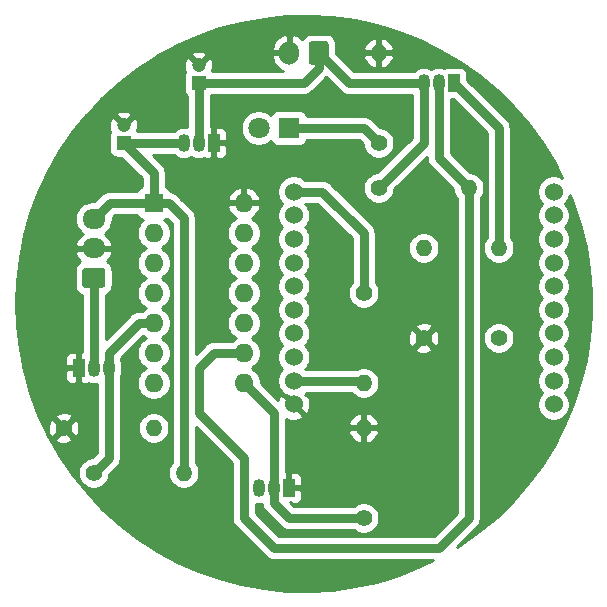
<source format=gbr>
%TF.GenerationSoftware,KiCad,Pcbnew,(5.1.12)-1*%
%TF.CreationDate,2021-12-04T12:05:45+01:00*%
%TF.ProjectId,touch-zigbee,746f7563-682d-47a6-9967-6265652e6b69,rev?*%
%TF.SameCoordinates,Original*%
%TF.FileFunction,Copper,L1,Top*%
%TF.FilePolarity,Positive*%
%FSLAX46Y46*%
G04 Gerber Fmt 4.6, Leading zero omitted, Abs format (unit mm)*
G04 Created by KiCad (PCBNEW (5.1.12)-1) date 2021-12-04 12:05:45*
%MOMM*%
%LPD*%
G01*
G04 APERTURE LIST*
%TA.AperFunction,ComponentPad*%
%ADD10O,1.050000X1.500000*%
%TD*%
%TA.AperFunction,ComponentPad*%
%ADD11R,1.050000X1.500000*%
%TD*%
%TA.AperFunction,ComponentPad*%
%ADD12C,1.200000*%
%TD*%
%TA.AperFunction,ComponentPad*%
%ADD13R,1.200000X1.200000*%
%TD*%
%TA.AperFunction,ComponentPad*%
%ADD14O,1.950000X1.700000*%
%TD*%
%TA.AperFunction,ComponentPad*%
%ADD15R,1.800000X1.800000*%
%TD*%
%TA.AperFunction,ComponentPad*%
%ADD16C,1.800000*%
%TD*%
%TA.AperFunction,ComponentPad*%
%ADD17O,1.700000X2.000000*%
%TD*%
%TA.AperFunction,ComponentPad*%
%ADD18C,1.400000*%
%TD*%
%TA.AperFunction,ComponentPad*%
%ADD19O,1.400000X1.400000*%
%TD*%
%TA.AperFunction,ComponentPad*%
%ADD20C,1.524000*%
%TD*%
%TA.AperFunction,ComponentPad*%
%ADD21R,1.600000X1.600000*%
%TD*%
%TA.AperFunction,ComponentPad*%
%ADD22O,1.600000X1.600000*%
%TD*%
%TA.AperFunction,Conductor*%
%ADD23C,0.762000*%
%TD*%
%TA.AperFunction,Conductor*%
%ADD24C,0.254000*%
%TD*%
%TA.AperFunction,Conductor*%
%ADD25C,0.100000*%
%TD*%
G04 APERTURE END LIST*
D10*
%TO.P,Q1,2*%
%TO.N,Net-(Q1-Pad2)*%
X107950000Y-132080000D03*
%TO.P,Q1,3*%
%TO.N,Net-(JP1-Pad9)*%
X106680000Y-132080000D03*
D11*
%TO.P,Q1,1*%
%TO.N,GND*%
X109220000Y-132080000D03*
%TD*%
%TO.P,U1,1*%
%TO.N,GND*%
X102870000Y-102870000D03*
D10*
%TO.P,U1,3*%
%TO.N,+3.3v*%
X100330000Y-102870000D03*
%TO.P,U1,2*%
%TO.N,VBAT*%
X101600000Y-102870000D03*
%TD*%
%TO.P,Q2,2*%
%TO.N,Net-(Capacitive_Sensor_CJMCU-1010-Pad1)*%
X92710000Y-121920000D03*
%TO.P,Q2,3*%
%TO.N,Net-(Q2-Pad3)*%
X93980000Y-121920000D03*
D11*
%TO.P,Q2,1*%
%TO.N,GND*%
X91440000Y-121920000D03*
%TD*%
D12*
%TO.P,C1,2*%
%TO.N,GND*%
X101600000Y-96290000D03*
D13*
%TO.P,C1,1*%
%TO.N,VBAT*%
X101600000Y-97790000D03*
%TD*%
%TO.P,C2,1*%
%TO.N,+3.3v*%
X95250000Y-102870000D03*
D12*
%TO.P,C2,2*%
%TO.N,GND*%
X95250000Y-101370000D03*
%TD*%
%TO.P,Capacitive_Sensor_CJMCU-1010,1*%
%TO.N,Net-(Capacitive_Sensor_CJMCU-1010-Pad1)*%
%TA.AperFunction,ComponentPad*%
G36*
G01*
X93435000Y-115150000D02*
X91985000Y-115150000D01*
G75*
G02*
X91735000Y-114900000I0J250000D01*
G01*
X91735000Y-113700000D01*
G75*
G02*
X91985000Y-113450000I250000J0D01*
G01*
X93435000Y-113450000D01*
G75*
G02*
X93685000Y-113700000I0J-250000D01*
G01*
X93685000Y-114900000D01*
G75*
G02*
X93435000Y-115150000I-250000J0D01*
G01*
G37*
%TD.AperFunction*%
D14*
%TO.P,Capacitive_Sensor_CJMCU-1010,2*%
%TO.N,GND*%
X92710000Y-111800000D03*
%TO.P,Capacitive_Sensor_CJMCU-1010,3*%
%TO.N,+3.3v*%
X92710000Y-109300000D03*
%TD*%
D15*
%TO.P,D1,1*%
%TO.N,Net-(150ohm1-Pad1)*%
X109220000Y-101600000D03*
D16*
%TO.P,D1,2*%
%TO.N,Net-(D1-Pad2)*%
X106680000Y-101600000D03*
%TD*%
%TO.P,Power1,1*%
%TO.N,VBAT*%
%TA.AperFunction,ComponentPad*%
G36*
G01*
X112610000Y-94500000D02*
X112610000Y-96000000D01*
G75*
G02*
X112360000Y-96250000I-250000J0D01*
G01*
X111160000Y-96250000D01*
G75*
G02*
X110910000Y-96000000I0J250000D01*
G01*
X110910000Y-94500000D01*
G75*
G02*
X111160000Y-94250000I250000J0D01*
G01*
X112360000Y-94250000D01*
G75*
G02*
X112610000Y-94500000I0J-250000D01*
G01*
G37*
%TD.AperFunction*%
D17*
%TO.P,Power1,2*%
%TO.N,GND*%
X109260000Y-95250000D03*
%TD*%
D10*
%TO.P,Q3,2*%
%TO.N,Net-(Q3-Pad2)*%
X121920000Y-97790000D03*
%TO.P,Q3,3*%
%TO.N,VBAT*%
X120650000Y-97790000D03*
D11*
%TO.P,Q3,1*%
%TO.N,Net-(Q3-Pad1)*%
X123190000Y-97790000D03*
%TD*%
D18*
%TO.P,R1,1*%
%TO.N,Net-(R1-Pad1)*%
X127000000Y-119380000D03*
D19*
%TO.P,R1,2*%
%TO.N,Net-(Q3-Pad1)*%
X127000000Y-111760000D03*
%TD*%
%TO.P,R2,2*%
%TO.N,Net-(R1-Pad1)*%
X120650000Y-111760000D03*
D18*
%TO.P,R2,1*%
%TO.N,GND*%
X120650000Y-119380000D03*
%TD*%
%TO.P,R3,1*%
%TO.N,VBAT*%
X116840000Y-106680000D03*
D19*
%TO.P,R3,2*%
%TO.N,Net-(Q3-Pad2)*%
X124460000Y-106680000D03*
%TD*%
D18*
%TO.P,R4,1*%
%TO.N,Net-(Q1-Pad2)*%
X115570000Y-134620000D03*
D19*
%TO.P,R4,2*%
%TO.N,GND*%
X115570000Y-127000000D03*
%TD*%
D18*
%TO.P,R5,1*%
%TO.N,GND*%
X90170000Y-127000000D03*
D19*
%TO.P,R5,2*%
%TO.N,Net-(Capacitive_Sensor_CJMCU-1010-Pad1)*%
X97790000Y-127000000D03*
%TD*%
%TO.P,R6,2*%
%TO.N,Net-(JP1-Pad9)*%
X115570000Y-123190000D03*
D18*
%TO.P,R6,1*%
%TO.N,+3.3v*%
X115570000Y-115570000D03*
%TD*%
D19*
%TO.P,R7,2*%
%TO.N,+3.3v*%
X100330000Y-130810000D03*
D18*
%TO.P,R7,1*%
%TO.N,Net-(Q2-Pad3)*%
X92710000Y-130810000D03*
%TD*%
D20*
%TO.P,JP1,1*%
%TO.N,+3.3v*%
X109651800Y-107000040D03*
%TO.P,JP1,2*%
%TO.N,Net-(JP1-Pad2)*%
X109651800Y-109001560D03*
%TO.P,JP1,3*%
%TO.N,Net-(JP1-Pad3)*%
X109651800Y-111000540D03*
%TO.P,JP1,4*%
%TO.N,Net-(JP1-Pad4)*%
X109651800Y-113002060D03*
%TO.P,JP1,5*%
%TO.N,Net-(JP1-Pad5)*%
X109651800Y-115001040D03*
%TO.P,JP1,6*%
%TO.N,Net-(JP1-Pad6)*%
X109651800Y-117000020D03*
%TO.P,JP1,7*%
%TO.N,Net-(JP1-Pad7)*%
X109651800Y-119001540D03*
%TO.P,JP1,8*%
%TO.N,Net-(JP1-Pad8)*%
X109651800Y-121000520D03*
%TO.P,JP1,9*%
%TO.N,Net-(JP1-Pad9)*%
X109651800Y-123002040D03*
%TO.P,JP1,10*%
%TO.N,GND*%
X109651800Y-125001020D03*
%TO.P,JP1,11*%
%TO.N,Net-(JP1-Pad11)*%
X131648200Y-125001020D03*
%TO.P,JP1,12*%
%TO.N,Net-(JP1-Pad12)*%
X131648200Y-123002040D03*
%TO.P,JP1,13*%
%TO.N,Net-(JP1-Pad13)*%
X131648200Y-121000520D03*
%TO.P,JP1,14*%
%TO.N,Net-(JP1-Pad14)*%
X131648200Y-119001540D03*
%TO.P,JP1,15*%
%TO.N,Net-(JP1-Pad15)*%
X131648200Y-117000020D03*
%TO.P,JP1,16*%
%TO.N,Net-(JP1-Pad16)*%
X131648200Y-115001040D03*
%TO.P,JP1,17*%
%TO.N,Net-(JP1-Pad17)*%
X131648200Y-113002060D03*
%TO.P,JP1,18*%
%TO.N,Net-(JP1-Pad18)*%
X131648200Y-111000540D03*
%TO.P,JP1,19*%
%TO.N,Net-(JP1-Pad19)*%
X131648200Y-109001560D03*
%TO.P,JP1,20*%
%TO.N,Net-(JP1-Pad20)*%
X131648200Y-107000040D03*
%TD*%
D21*
%TO.P,U3,1*%
%TO.N,+3.3v*%
X97790000Y-107950000D03*
D22*
%TO.P,U3,8*%
%TO.N,Net-(Q1-Pad2)*%
X105410000Y-123190000D03*
%TO.P,U3,2*%
%TO.N,Net-(D1-Pad2)*%
X97790000Y-110490000D03*
%TO.P,U3,9*%
%TO.N,Net-(Q3-Pad2)*%
X105410000Y-120650000D03*
%TO.P,U3,3*%
%TO.N,Net-(U3-Pad3)*%
X97790000Y-113030000D03*
%TO.P,U3,10*%
%TO.N,Net-(U3-Pad10)*%
X105410000Y-118110000D03*
%TO.P,U3,4*%
%TO.N,Net-(U3-Pad4)*%
X97790000Y-115570000D03*
%TO.P,U3,11*%
%TO.N,Net-(U3-Pad11)*%
X105410000Y-115570000D03*
%TO.P,U3,5*%
%TO.N,Net-(Q2-Pad3)*%
X97790000Y-118110000D03*
%TO.P,U3,12*%
%TO.N,Net-(U3-Pad12)*%
X105410000Y-113030000D03*
%TO.P,U3,6*%
%TO.N,Net-(U3-Pad6)*%
X97790000Y-120650000D03*
%TO.P,U3,13*%
%TO.N,Net-(R1-Pad1)*%
X105410000Y-110490000D03*
%TO.P,U3,7*%
%TO.N,Net-(JP1-Pad3)*%
X97790000Y-123190000D03*
%TO.P,U3,14*%
%TO.N,GND*%
X105410000Y-107950000D03*
%TD*%
D18*
%TO.P,150ohm1,1*%
%TO.N,Net-(150ohm1-Pad1)*%
X116840000Y-102870000D03*
D19*
%TO.P,150ohm1,2*%
%TO.N,GND*%
X116840000Y-95250000D03*
%TD*%
D23*
%TO.N,Net-(JP1-Pad9)*%
X115382040Y-123002040D02*
X115570000Y-123190000D01*
X109651800Y-123002040D02*
X115382040Y-123002040D01*
%TO.N,Net-(Q1-Pad2)*%
X115570000Y-134620000D02*
X109220000Y-134620000D01*
X107950000Y-133350000D02*
X107950000Y-132080000D01*
X109220000Y-134620000D02*
X107950000Y-133350000D01*
X107950000Y-125730000D02*
X105410000Y-123190000D01*
X107950000Y-132080000D02*
X107950000Y-125730000D01*
%TO.N,GND*%
X109651800Y-124989682D02*
X109651800Y-125001020D01*
%TO.N,Net-(Q2-Pad3)*%
X97790000Y-118110000D02*
X96520000Y-118110000D01*
X93980000Y-120650000D02*
X93980000Y-121920000D01*
X96520000Y-118110000D02*
X93980000Y-120650000D01*
X93980000Y-129540000D02*
X92710000Y-130810000D01*
X93980000Y-121920000D02*
X93980000Y-129540000D01*
%TO.N,Net-(150ohm1-Pad1)*%
X115570000Y-101600000D02*
X116840000Y-102870000D01*
X115570000Y-101600000D02*
X109220000Y-101600000D01*
%TO.N,VBAT*%
X111760000Y-95250000D02*
X111760000Y-96520000D01*
X110490000Y-97790000D02*
X101600000Y-97790000D01*
X111760000Y-96520000D02*
X110490000Y-97790000D01*
X101600000Y-97790000D02*
X101600000Y-102870000D01*
X111760000Y-95250000D02*
X114300000Y-97790000D01*
X114300000Y-97790000D02*
X120650000Y-97790000D01*
X120650000Y-102870000D02*
X116840000Y-106680000D01*
X120650000Y-97790000D02*
X120650000Y-102870000D01*
%TO.N,+3.3v*%
X95250000Y-102870000D02*
X100330000Y-102870000D01*
X109651800Y-107000040D02*
X112080040Y-107000040D01*
X115570000Y-110490000D02*
X115570000Y-115570000D01*
X112080040Y-107000040D02*
X115570000Y-110490000D01*
X94060000Y-107950000D02*
X92710000Y-109300000D01*
X97790000Y-107950000D02*
X94060000Y-107950000D01*
X95250000Y-102870000D02*
X97790000Y-105410000D01*
X97790000Y-105410000D02*
X97790000Y-107950000D01*
X97790000Y-107950000D02*
X99060000Y-107950000D01*
X99060000Y-107950000D02*
X100330000Y-109220000D01*
X100330000Y-109220000D02*
X100330000Y-130810000D01*
%TO.N,Net-(Capacitive_Sensor_CJMCU-1010-Pad1)*%
X92710000Y-114300000D02*
X92710000Y-121920000D01*
%TO.N,Net-(Q3-Pad2)*%
X101600000Y-121920000D02*
X102870000Y-120650000D01*
X105410000Y-129540000D02*
X101600000Y-125730000D01*
X105410000Y-134620000D02*
X105410000Y-129540000D01*
X101600000Y-125730000D02*
X101600000Y-121920000D01*
X107950000Y-137160000D02*
X105410000Y-134620000D01*
X102870000Y-120650000D02*
X105410000Y-120650000D01*
X121920000Y-137160000D02*
X107950000Y-137160000D01*
X124460000Y-134620000D02*
X121920000Y-137160000D01*
X124460000Y-106680000D02*
X124460000Y-134620000D01*
X121920000Y-104140000D02*
X124460000Y-106680000D01*
X121920000Y-100330000D02*
X121920000Y-104140000D01*
X121920000Y-100330000D02*
X121920000Y-97790000D01*
%TO.N,Net-(Q3-Pad1)*%
X127000000Y-101600000D02*
X123190000Y-97790000D01*
X127000000Y-111760000D02*
X127000000Y-101600000D01*
%TD*%
D24*
%TO.N,GND*%
X112907435Y-92220266D02*
X114825334Y-92488945D01*
X116715824Y-92909152D01*
X118566952Y-93478230D01*
X120367015Y-94192582D01*
X122104632Y-95047691D01*
X123768818Y-96038151D01*
X125349051Y-97157700D01*
X126835340Y-98399259D01*
X128218288Y-99754980D01*
X129489153Y-101216290D01*
X130639899Y-102773952D01*
X131663251Y-104418116D01*
X132383590Y-105811255D01*
X132309927Y-105762035D01*
X132055690Y-105656726D01*
X131785792Y-105603040D01*
X131510608Y-105603040D01*
X131240710Y-105656726D01*
X130986473Y-105762035D01*
X130757665Y-105914920D01*
X130563080Y-106109505D01*
X130410195Y-106338313D01*
X130304886Y-106592550D01*
X130251200Y-106862448D01*
X130251200Y-107137632D01*
X130304886Y-107407530D01*
X130410195Y-107661767D01*
X130563080Y-107890575D01*
X130673305Y-108000800D01*
X130563080Y-108111025D01*
X130410195Y-108339833D01*
X130304886Y-108594070D01*
X130251200Y-108863968D01*
X130251200Y-109139152D01*
X130304886Y-109409050D01*
X130410195Y-109663287D01*
X130563080Y-109892095D01*
X130672035Y-110001050D01*
X130563080Y-110110005D01*
X130410195Y-110338813D01*
X130304886Y-110593050D01*
X130251200Y-110862948D01*
X130251200Y-111138132D01*
X130304886Y-111408030D01*
X130410195Y-111662267D01*
X130563080Y-111891075D01*
X130673305Y-112001300D01*
X130563080Y-112111525D01*
X130410195Y-112340333D01*
X130304886Y-112594570D01*
X130251200Y-112864468D01*
X130251200Y-113139652D01*
X130304886Y-113409550D01*
X130410195Y-113663787D01*
X130563080Y-113892595D01*
X130672035Y-114001550D01*
X130563080Y-114110505D01*
X130410195Y-114339313D01*
X130304886Y-114593550D01*
X130251200Y-114863448D01*
X130251200Y-115138632D01*
X130304886Y-115408530D01*
X130410195Y-115662767D01*
X130563080Y-115891575D01*
X130672035Y-116000530D01*
X130563080Y-116109485D01*
X130410195Y-116338293D01*
X130304886Y-116592530D01*
X130251200Y-116862428D01*
X130251200Y-117137612D01*
X130304886Y-117407510D01*
X130410195Y-117661747D01*
X130563080Y-117890555D01*
X130673305Y-118000780D01*
X130563080Y-118111005D01*
X130410195Y-118339813D01*
X130304886Y-118594050D01*
X130251200Y-118863948D01*
X130251200Y-119139132D01*
X130304886Y-119409030D01*
X130410195Y-119663267D01*
X130563080Y-119892075D01*
X130672035Y-120001030D01*
X130563080Y-120109985D01*
X130410195Y-120338793D01*
X130304886Y-120593030D01*
X130251200Y-120862928D01*
X130251200Y-121138112D01*
X130304886Y-121408010D01*
X130410195Y-121662247D01*
X130563080Y-121891055D01*
X130673305Y-122001280D01*
X130563080Y-122111505D01*
X130410195Y-122340313D01*
X130304886Y-122594550D01*
X130251200Y-122864448D01*
X130251200Y-123139632D01*
X130304886Y-123409530D01*
X130410195Y-123663767D01*
X130563080Y-123892575D01*
X130672035Y-124001530D01*
X130563080Y-124110485D01*
X130410195Y-124339293D01*
X130304886Y-124593530D01*
X130251200Y-124863428D01*
X130251200Y-125138612D01*
X130304886Y-125408510D01*
X130410195Y-125662747D01*
X130563080Y-125891555D01*
X130757665Y-126086140D01*
X130986473Y-126239025D01*
X131240710Y-126344334D01*
X131510608Y-126398020D01*
X131785792Y-126398020D01*
X132055690Y-126344334D01*
X132309927Y-126239025D01*
X132538735Y-126086140D01*
X132733320Y-125891555D01*
X132886205Y-125662747D01*
X132991514Y-125408510D01*
X133045200Y-125138612D01*
X133045200Y-124863428D01*
X132991514Y-124593530D01*
X132886205Y-124339293D01*
X132733320Y-124110485D01*
X132624365Y-124001530D01*
X132733320Y-123892575D01*
X132886205Y-123663767D01*
X132991514Y-123409530D01*
X133045200Y-123139632D01*
X133045200Y-122864448D01*
X132991514Y-122594550D01*
X132886205Y-122340313D01*
X132733320Y-122111505D01*
X132623095Y-122001280D01*
X132733320Y-121891055D01*
X132886205Y-121662247D01*
X132991514Y-121408010D01*
X133045200Y-121138112D01*
X133045200Y-120862928D01*
X132991514Y-120593030D01*
X132886205Y-120338793D01*
X132733320Y-120109985D01*
X132624365Y-120001030D01*
X132733320Y-119892075D01*
X132886205Y-119663267D01*
X132991514Y-119409030D01*
X133045200Y-119139132D01*
X133045200Y-118863948D01*
X132991514Y-118594050D01*
X132886205Y-118339813D01*
X132733320Y-118111005D01*
X132623095Y-118000780D01*
X132733320Y-117890555D01*
X132886205Y-117661747D01*
X132991514Y-117407510D01*
X133045200Y-117137612D01*
X133045200Y-116862428D01*
X132991514Y-116592530D01*
X132886205Y-116338293D01*
X132733320Y-116109485D01*
X132624365Y-116000530D01*
X132733320Y-115891575D01*
X132886205Y-115662767D01*
X132991514Y-115408530D01*
X133045200Y-115138632D01*
X133045200Y-114863448D01*
X132991514Y-114593550D01*
X132886205Y-114339313D01*
X132733320Y-114110505D01*
X132624365Y-114001550D01*
X132733320Y-113892595D01*
X132886205Y-113663787D01*
X132991514Y-113409550D01*
X133045200Y-113139652D01*
X133045200Y-112864468D01*
X132991514Y-112594570D01*
X132886205Y-112340333D01*
X132733320Y-112111525D01*
X132623095Y-112001300D01*
X132733320Y-111891075D01*
X132886205Y-111662267D01*
X132991514Y-111408030D01*
X133045200Y-111138132D01*
X133045200Y-110862948D01*
X132991514Y-110593050D01*
X132886205Y-110338813D01*
X132733320Y-110110005D01*
X132624365Y-110001050D01*
X132733320Y-109892095D01*
X132886205Y-109663287D01*
X132991514Y-109409050D01*
X133045200Y-109139152D01*
X133045200Y-108863968D01*
X132991514Y-108594070D01*
X132886205Y-108339833D01*
X132733320Y-108111025D01*
X132623095Y-108000800D01*
X132733320Y-107890575D01*
X132886205Y-107661767D01*
X132991514Y-107407530D01*
X133021827Y-107255135D01*
X133302738Y-107923892D01*
X133908509Y-109763340D01*
X134366220Y-111645101D01*
X134672978Y-113557279D01*
X134826843Y-115487784D01*
X134826843Y-117424412D01*
X134672978Y-119354917D01*
X134366220Y-121267095D01*
X133908509Y-123148856D01*
X133302738Y-124988304D01*
X132552738Y-126773808D01*
X131663251Y-128494080D01*
X130639899Y-130138244D01*
X129489153Y-131695906D01*
X128218288Y-133157216D01*
X126835340Y-134512937D01*
X125349051Y-135754496D01*
X123768818Y-136874045D01*
X123457527Y-137059314D01*
X125143135Y-135373706D01*
X125181896Y-135341896D01*
X125308860Y-135187190D01*
X125403202Y-135010687D01*
X125461298Y-134819171D01*
X125476000Y-134669902D01*
X125476000Y-134669895D01*
X125480914Y-134620001D01*
X125476000Y-134570107D01*
X125476000Y-119248514D01*
X125665000Y-119248514D01*
X125665000Y-119511486D01*
X125716304Y-119769405D01*
X125816939Y-120012359D01*
X125963038Y-120231013D01*
X126148987Y-120416962D01*
X126367641Y-120563061D01*
X126610595Y-120663696D01*
X126868514Y-120715000D01*
X127131486Y-120715000D01*
X127389405Y-120663696D01*
X127632359Y-120563061D01*
X127851013Y-120416962D01*
X128036962Y-120231013D01*
X128183061Y-120012359D01*
X128283696Y-119769405D01*
X128335000Y-119511486D01*
X128335000Y-119248514D01*
X128283696Y-118990595D01*
X128183061Y-118747641D01*
X128036962Y-118528987D01*
X127851013Y-118343038D01*
X127632359Y-118196939D01*
X127389405Y-118096304D01*
X127131486Y-118045000D01*
X126868514Y-118045000D01*
X126610595Y-118096304D01*
X126367641Y-118196939D01*
X126148987Y-118343038D01*
X125963038Y-118528987D01*
X125816939Y-118747641D01*
X125716304Y-118990595D01*
X125665000Y-119248514D01*
X125476000Y-119248514D01*
X125476000Y-107551975D01*
X125496962Y-107531013D01*
X125643061Y-107312359D01*
X125743696Y-107069405D01*
X125795000Y-106811486D01*
X125795000Y-106548514D01*
X125743696Y-106290595D01*
X125643061Y-106047641D01*
X125496962Y-105828987D01*
X125311013Y-105643038D01*
X125092359Y-105496939D01*
X124849405Y-105396304D01*
X124591486Y-105345000D01*
X124561841Y-105345000D01*
X122936000Y-103719160D01*
X122936000Y-99178072D01*
X123141232Y-99178072D01*
X125984001Y-102020842D01*
X125984000Y-110888025D01*
X125963038Y-110908987D01*
X125816939Y-111127641D01*
X125716304Y-111370595D01*
X125665000Y-111628514D01*
X125665000Y-111891486D01*
X125716304Y-112149405D01*
X125816939Y-112392359D01*
X125963038Y-112611013D01*
X126148987Y-112796962D01*
X126367641Y-112943061D01*
X126610595Y-113043696D01*
X126868514Y-113095000D01*
X127131486Y-113095000D01*
X127389405Y-113043696D01*
X127632359Y-112943061D01*
X127851013Y-112796962D01*
X128036962Y-112611013D01*
X128183061Y-112392359D01*
X128283696Y-112149405D01*
X128335000Y-111891486D01*
X128335000Y-111628514D01*
X128283696Y-111370595D01*
X128183061Y-111127641D01*
X128036962Y-110908987D01*
X128016000Y-110888025D01*
X128016000Y-101649902D01*
X128020915Y-101600000D01*
X128001298Y-101400829D01*
X127943202Y-101209313D01*
X127848860Y-101032810D01*
X127753706Y-100916865D01*
X127721896Y-100878104D01*
X127683133Y-100846292D01*
X124353072Y-97516232D01*
X124353072Y-97040000D01*
X124340812Y-96915518D01*
X124304502Y-96795820D01*
X124245537Y-96685506D01*
X124166185Y-96588815D01*
X124069494Y-96509463D01*
X123959180Y-96450498D01*
X123839482Y-96414188D01*
X123715000Y-96401928D01*
X122665000Y-96401928D01*
X122540518Y-96414188D01*
X122420820Y-96450498D01*
X122356098Y-96485093D01*
X122147400Y-96421785D01*
X121920000Y-96399388D01*
X121692601Y-96421785D01*
X121473941Y-96488115D01*
X121285001Y-96589106D01*
X121096060Y-96488115D01*
X120877400Y-96421785D01*
X120650000Y-96399388D01*
X120422601Y-96421785D01*
X120203941Y-96488115D01*
X120002422Y-96595829D01*
X119825789Y-96740788D01*
X119798533Y-96774000D01*
X114720841Y-96774000D01*
X113530171Y-95583330D01*
X115547278Y-95583330D01*
X115637147Y-95829123D01*
X115773241Y-96052660D01*
X115950330Y-96245351D01*
X116161608Y-96399792D01*
X116398956Y-96510047D01*
X116506671Y-96542716D01*
X116713000Y-96419374D01*
X116713000Y-95377000D01*
X116967000Y-95377000D01*
X116967000Y-96419374D01*
X117173329Y-96542716D01*
X117281044Y-96510047D01*
X117518392Y-96399792D01*
X117729670Y-96245351D01*
X117906759Y-96052660D01*
X118042853Y-95829123D01*
X118132722Y-95583330D01*
X118010201Y-95377000D01*
X116967000Y-95377000D01*
X116713000Y-95377000D01*
X115669799Y-95377000D01*
X115547278Y-95583330D01*
X113530171Y-95583330D01*
X113248072Y-95301232D01*
X113248072Y-94916670D01*
X115547278Y-94916670D01*
X115669799Y-95123000D01*
X116713000Y-95123000D01*
X116713000Y-94080626D01*
X116967000Y-94080626D01*
X116967000Y-95123000D01*
X118010201Y-95123000D01*
X118132722Y-94916670D01*
X118042853Y-94670877D01*
X117906759Y-94447340D01*
X117729670Y-94254649D01*
X117518392Y-94100208D01*
X117281044Y-93989953D01*
X117173329Y-93957284D01*
X116967000Y-94080626D01*
X116713000Y-94080626D01*
X116506671Y-93957284D01*
X116398956Y-93989953D01*
X116161608Y-94100208D01*
X115950330Y-94254649D01*
X115773241Y-94447340D01*
X115637147Y-94670877D01*
X115547278Y-94916670D01*
X113248072Y-94916670D01*
X113248072Y-94500000D01*
X113231008Y-94326746D01*
X113180472Y-94160150D01*
X113098405Y-94006614D01*
X112987962Y-93872038D01*
X112853386Y-93761595D01*
X112699850Y-93679528D01*
X112533254Y-93628992D01*
X112360000Y-93611928D01*
X111160000Y-93611928D01*
X110986746Y-93628992D01*
X110820150Y-93679528D01*
X110666614Y-93761595D01*
X110532038Y-93872038D01*
X110421595Y-94006614D01*
X110367086Y-94108593D01*
X110366802Y-94108205D01*
X110152046Y-93911336D01*
X109903009Y-93760146D01*
X109629261Y-93660446D01*
X109616890Y-93658524D01*
X109387000Y-93779845D01*
X109387000Y-95123000D01*
X109407000Y-95123000D01*
X109407000Y-95377000D01*
X109387000Y-95377000D01*
X109387000Y-95397000D01*
X109133000Y-95397000D01*
X109133000Y-95377000D01*
X107932768Y-95377000D01*
X107788715Y-95609742D01*
X107857904Y-95892745D01*
X107980975Y-96156812D01*
X108153198Y-96391795D01*
X108367954Y-96588664D01*
X108616991Y-96739854D01*
X108710746Y-96774000D01*
X102736630Y-96774000D01*
X102774237Y-96691484D01*
X102830000Y-96454687D01*
X102838495Y-96211562D01*
X102799395Y-95971451D01*
X102714202Y-95743582D01*
X102673348Y-95667148D01*
X102449764Y-95619841D01*
X101779605Y-96290000D01*
X101793748Y-96304143D01*
X101614143Y-96483748D01*
X101600000Y-96469605D01*
X101585858Y-96483748D01*
X101406253Y-96304143D01*
X101420395Y-96290000D01*
X100750236Y-95619841D01*
X100526652Y-95667148D01*
X100425763Y-95888516D01*
X100370000Y-96125313D01*
X100361505Y-96368438D01*
X100400605Y-96608549D01*
X100480451Y-96822117D01*
X100469463Y-96835506D01*
X100410498Y-96945820D01*
X100374188Y-97065518D01*
X100361928Y-97190000D01*
X100361928Y-98390000D01*
X100374188Y-98514482D01*
X100410498Y-98634180D01*
X100469463Y-98744494D01*
X100548815Y-98841185D01*
X100584000Y-98870061D01*
X100584001Y-101509854D01*
X100557400Y-101501785D01*
X100330000Y-101479388D01*
X100102601Y-101501785D01*
X99883941Y-101568115D01*
X99682422Y-101675829D01*
X99505789Y-101820788D01*
X99478533Y-101854000D01*
X96386630Y-101854000D01*
X96424237Y-101771484D01*
X96480000Y-101534687D01*
X96488495Y-101291562D01*
X96449395Y-101051451D01*
X96364202Y-100823582D01*
X96323348Y-100747148D01*
X96099764Y-100699841D01*
X95429605Y-101370000D01*
X95443748Y-101384143D01*
X95264143Y-101563748D01*
X95250000Y-101549605D01*
X95235858Y-101563748D01*
X95056253Y-101384143D01*
X95070395Y-101370000D01*
X94400236Y-100699841D01*
X94176652Y-100747148D01*
X94075763Y-100968516D01*
X94020000Y-101205313D01*
X94011505Y-101448438D01*
X94050605Y-101688549D01*
X94130451Y-101902117D01*
X94119463Y-101915506D01*
X94060498Y-102025820D01*
X94024188Y-102145518D01*
X94011928Y-102270000D01*
X94011928Y-103470000D01*
X94024188Y-103594482D01*
X94060498Y-103714180D01*
X94119463Y-103824494D01*
X94198815Y-103921185D01*
X94295506Y-104000537D01*
X94405820Y-104059502D01*
X94525518Y-104095812D01*
X94650000Y-104108072D01*
X95051232Y-104108072D01*
X96774000Y-105830841D01*
X96774000Y-106551950D01*
X96745820Y-106560498D01*
X96635506Y-106619463D01*
X96538815Y-106698815D01*
X96459463Y-106795506D01*
X96400498Y-106905820D01*
X96391950Y-106934000D01*
X94109893Y-106934000D01*
X94059999Y-106929086D01*
X94010105Y-106934000D01*
X94010098Y-106934000D01*
X93860829Y-106948702D01*
X93669313Y-107006798D01*
X93492810Y-107101140D01*
X93338104Y-107228104D01*
X93306292Y-107266867D01*
X92758159Y-107815000D01*
X92512050Y-107815000D01*
X92293889Y-107836487D01*
X92013966Y-107921401D01*
X91755986Y-108059294D01*
X91529866Y-108244866D01*
X91344294Y-108470986D01*
X91206401Y-108728966D01*
X91121487Y-109008889D01*
X91092815Y-109300000D01*
X91121487Y-109591111D01*
X91206401Y-109871034D01*
X91344294Y-110129014D01*
X91529866Y-110355134D01*
X91755986Y-110540706D01*
X91781722Y-110554462D01*
X91575571Y-110710951D01*
X91382504Y-110928807D01*
X91235648Y-111180142D01*
X91143524Y-111443110D01*
X91264845Y-111673000D01*
X92583000Y-111673000D01*
X92583000Y-111653000D01*
X92837000Y-111653000D01*
X92837000Y-111673000D01*
X94155155Y-111673000D01*
X94276476Y-111443110D01*
X94184352Y-111180142D01*
X94037496Y-110928807D01*
X93844429Y-110710951D01*
X93638278Y-110554462D01*
X93664014Y-110540706D01*
X93890134Y-110355134D01*
X94075706Y-110129014D01*
X94213599Y-109871034D01*
X94298513Y-109591111D01*
X94327185Y-109300000D01*
X94311015Y-109135825D01*
X94480841Y-108966000D01*
X96391950Y-108966000D01*
X96400498Y-108994180D01*
X96459463Y-109104494D01*
X96538815Y-109201185D01*
X96635506Y-109280537D01*
X96745820Y-109339502D01*
X96865518Y-109375812D01*
X96873961Y-109376643D01*
X96675363Y-109575241D01*
X96518320Y-109810273D01*
X96410147Y-110071426D01*
X96355000Y-110348665D01*
X96355000Y-110631335D01*
X96410147Y-110908574D01*
X96518320Y-111169727D01*
X96675363Y-111404759D01*
X96875241Y-111604637D01*
X97107759Y-111760000D01*
X96875241Y-111915363D01*
X96675363Y-112115241D01*
X96518320Y-112350273D01*
X96410147Y-112611426D01*
X96355000Y-112888665D01*
X96355000Y-113171335D01*
X96410147Y-113448574D01*
X96518320Y-113709727D01*
X96675363Y-113944759D01*
X96875241Y-114144637D01*
X97107759Y-114300000D01*
X96875241Y-114455363D01*
X96675363Y-114655241D01*
X96518320Y-114890273D01*
X96410147Y-115151426D01*
X96355000Y-115428665D01*
X96355000Y-115711335D01*
X96410147Y-115988574D01*
X96518320Y-116249727D01*
X96675363Y-116484759D01*
X96875241Y-116684637D01*
X97107759Y-116840000D01*
X96875241Y-116995363D01*
X96776604Y-117094000D01*
X96569893Y-117094000D01*
X96519999Y-117089086D01*
X96470105Y-117094000D01*
X96470098Y-117094000D01*
X96340177Y-117106796D01*
X96320828Y-117108702D01*
X96262732Y-117126326D01*
X96129313Y-117166798D01*
X95952810Y-117261140D01*
X95798104Y-117388104D01*
X95766292Y-117426867D01*
X93726000Y-119467160D01*
X93726000Y-115735290D01*
X93774850Y-115720472D01*
X93928386Y-115638405D01*
X94062962Y-115527962D01*
X94173405Y-115393386D01*
X94255472Y-115239850D01*
X94306008Y-115073254D01*
X94323072Y-114900000D01*
X94323072Y-113700000D01*
X94306008Y-113526746D01*
X94255472Y-113360150D01*
X94173405Y-113206614D01*
X94062962Y-113072038D01*
X93928386Y-112961595D01*
X93823039Y-112905286D01*
X93844429Y-112889049D01*
X94037496Y-112671193D01*
X94184352Y-112419858D01*
X94276476Y-112156890D01*
X94155155Y-111927000D01*
X92837000Y-111927000D01*
X92837000Y-111947000D01*
X92583000Y-111947000D01*
X92583000Y-111927000D01*
X91264845Y-111927000D01*
X91143524Y-112156890D01*
X91235648Y-112419858D01*
X91382504Y-112671193D01*
X91575571Y-112889049D01*
X91596961Y-112905286D01*
X91491614Y-112961595D01*
X91357038Y-113072038D01*
X91246595Y-113206614D01*
X91164528Y-113360150D01*
X91113992Y-113526746D01*
X91096928Y-113700000D01*
X91096928Y-114900000D01*
X91113992Y-115073254D01*
X91164528Y-115239850D01*
X91246595Y-115393386D01*
X91357038Y-115527962D01*
X91491614Y-115638405D01*
X91645150Y-115720472D01*
X91694000Y-115735290D01*
X91694001Y-120566749D01*
X91567000Y-120693750D01*
X91567000Y-121466892D01*
X91566785Y-121467601D01*
X91550000Y-121638022D01*
X91550000Y-122201979D01*
X91566785Y-122372400D01*
X91567000Y-122373109D01*
X91567000Y-123146250D01*
X91725750Y-123305000D01*
X91965000Y-123308072D01*
X92089482Y-123295812D01*
X92209180Y-123259502D01*
X92273902Y-123224907D01*
X92482601Y-123288215D01*
X92710000Y-123310612D01*
X92937400Y-123288215D01*
X92964000Y-123280146D01*
X92964001Y-129119158D01*
X92608160Y-129475000D01*
X92578514Y-129475000D01*
X92320595Y-129526304D01*
X92077641Y-129626939D01*
X91858987Y-129773038D01*
X91673038Y-129958987D01*
X91526939Y-130177641D01*
X91426304Y-130420595D01*
X91375000Y-130678514D01*
X91375000Y-130941486D01*
X91426304Y-131199405D01*
X91526939Y-131442359D01*
X91673038Y-131661013D01*
X91858987Y-131846962D01*
X92077641Y-131993061D01*
X92320595Y-132093696D01*
X92578514Y-132145000D01*
X92841486Y-132145000D01*
X93099405Y-132093696D01*
X93342359Y-131993061D01*
X93561013Y-131846962D01*
X93746962Y-131661013D01*
X93893061Y-131442359D01*
X93993696Y-131199405D01*
X94045000Y-130941486D01*
X94045000Y-130911840D01*
X94663135Y-130293706D01*
X94701896Y-130261896D01*
X94828860Y-130107190D01*
X94923202Y-129930687D01*
X94981298Y-129739171D01*
X94996000Y-129589902D01*
X94996000Y-129589895D01*
X95000914Y-129540001D01*
X94996000Y-129490107D01*
X94996000Y-126868514D01*
X96455000Y-126868514D01*
X96455000Y-127131486D01*
X96506304Y-127389405D01*
X96606939Y-127632359D01*
X96753038Y-127851013D01*
X96938987Y-128036962D01*
X97157641Y-128183061D01*
X97400595Y-128283696D01*
X97658514Y-128335000D01*
X97921486Y-128335000D01*
X98179405Y-128283696D01*
X98422359Y-128183061D01*
X98641013Y-128036962D01*
X98826962Y-127851013D01*
X98973061Y-127632359D01*
X99073696Y-127389405D01*
X99125000Y-127131486D01*
X99125000Y-126868514D01*
X99073696Y-126610595D01*
X98973061Y-126367641D01*
X98826962Y-126148987D01*
X98641013Y-125963038D01*
X98422359Y-125816939D01*
X98179405Y-125716304D01*
X97921486Y-125665000D01*
X97658514Y-125665000D01*
X97400595Y-125716304D01*
X97157641Y-125816939D01*
X96938987Y-125963038D01*
X96753038Y-126148987D01*
X96606939Y-126367641D01*
X96506304Y-126610595D01*
X96455000Y-126868514D01*
X94996000Y-126868514D01*
X94996000Y-122704968D01*
X95056885Y-122591059D01*
X95123215Y-122372399D01*
X95140000Y-122201978D01*
X95140000Y-121638021D01*
X95123215Y-121467600D01*
X95056885Y-121248940D01*
X94996000Y-121135032D01*
X94996000Y-121070840D01*
X96858722Y-119208118D01*
X96875241Y-119224637D01*
X97107759Y-119380000D01*
X96875241Y-119535363D01*
X96675363Y-119735241D01*
X96518320Y-119970273D01*
X96410147Y-120231426D01*
X96355000Y-120508665D01*
X96355000Y-120791335D01*
X96410147Y-121068574D01*
X96518320Y-121329727D01*
X96675363Y-121564759D01*
X96875241Y-121764637D01*
X97107759Y-121920000D01*
X96875241Y-122075363D01*
X96675363Y-122275241D01*
X96518320Y-122510273D01*
X96410147Y-122771426D01*
X96355000Y-123048665D01*
X96355000Y-123331335D01*
X96410147Y-123608574D01*
X96518320Y-123869727D01*
X96675363Y-124104759D01*
X96875241Y-124304637D01*
X97110273Y-124461680D01*
X97371426Y-124569853D01*
X97648665Y-124625000D01*
X97931335Y-124625000D01*
X98208574Y-124569853D01*
X98469727Y-124461680D01*
X98704759Y-124304637D01*
X98904637Y-124104759D01*
X99061680Y-123869727D01*
X99169853Y-123608574D01*
X99225000Y-123331335D01*
X99225000Y-123048665D01*
X99169853Y-122771426D01*
X99061680Y-122510273D01*
X98904637Y-122275241D01*
X98704759Y-122075363D01*
X98472241Y-121920000D01*
X98704759Y-121764637D01*
X98904637Y-121564759D01*
X99061680Y-121329727D01*
X99169853Y-121068574D01*
X99225000Y-120791335D01*
X99225000Y-120508665D01*
X99169853Y-120231426D01*
X99061680Y-119970273D01*
X98904637Y-119735241D01*
X98704759Y-119535363D01*
X98472241Y-119380000D01*
X98704759Y-119224637D01*
X98904637Y-119024759D01*
X99061680Y-118789727D01*
X99169853Y-118528574D01*
X99225000Y-118251335D01*
X99225000Y-117968665D01*
X99169853Y-117691426D01*
X99061680Y-117430273D01*
X98904637Y-117195241D01*
X98704759Y-116995363D01*
X98472241Y-116840000D01*
X98704759Y-116684637D01*
X98904637Y-116484759D01*
X99061680Y-116249727D01*
X99169853Y-115988574D01*
X99225000Y-115711335D01*
X99225000Y-115428665D01*
X99169853Y-115151426D01*
X99061680Y-114890273D01*
X98904637Y-114655241D01*
X98704759Y-114455363D01*
X98472241Y-114300000D01*
X98704759Y-114144637D01*
X98904637Y-113944759D01*
X99061680Y-113709727D01*
X99169853Y-113448574D01*
X99225000Y-113171335D01*
X99225000Y-112888665D01*
X99169853Y-112611426D01*
X99061680Y-112350273D01*
X98904637Y-112115241D01*
X98704759Y-111915363D01*
X98472241Y-111760000D01*
X98704759Y-111604637D01*
X98904637Y-111404759D01*
X99061680Y-111169727D01*
X99169853Y-110908574D01*
X99225000Y-110631335D01*
X99225000Y-110348665D01*
X99169853Y-110071426D01*
X99061680Y-109810273D01*
X98904637Y-109575241D01*
X98706039Y-109376643D01*
X98714482Y-109375812D01*
X98834180Y-109339502D01*
X98944494Y-109280537D01*
X98949548Y-109276389D01*
X99314000Y-109640841D01*
X99314001Y-129938024D01*
X99293038Y-129958987D01*
X99146939Y-130177641D01*
X99046304Y-130420595D01*
X98995000Y-130678514D01*
X98995000Y-130941486D01*
X99046304Y-131199405D01*
X99146939Y-131442359D01*
X99293038Y-131661013D01*
X99478987Y-131846962D01*
X99697641Y-131993061D01*
X99940595Y-132093696D01*
X100198514Y-132145000D01*
X100461486Y-132145000D01*
X100719405Y-132093696D01*
X100962359Y-131993061D01*
X101181013Y-131846962D01*
X101366962Y-131661013D01*
X101513061Y-131442359D01*
X101613696Y-131199405D01*
X101665000Y-130941486D01*
X101665000Y-130678514D01*
X101613696Y-130420595D01*
X101513061Y-130177641D01*
X101366962Y-129958987D01*
X101346000Y-129938025D01*
X101346000Y-126912840D01*
X104394001Y-129960842D01*
X104394000Y-134570098D01*
X104389085Y-134620000D01*
X104394000Y-134669901D01*
X104408702Y-134819170D01*
X104466798Y-135010686D01*
X104561140Y-135187190D01*
X104688104Y-135341896D01*
X104726872Y-135373712D01*
X107196292Y-137843133D01*
X107228104Y-137881896D01*
X107382810Y-138008860D01*
X107559313Y-138103202D01*
X107692732Y-138143674D01*
X107750828Y-138161298D01*
X107770177Y-138163204D01*
X107900098Y-138176000D01*
X107900105Y-138176000D01*
X107949999Y-138180914D01*
X107999893Y-138176000D01*
X121471661Y-138176000D01*
X120367015Y-138719614D01*
X118566952Y-139433966D01*
X116715824Y-140003044D01*
X114825334Y-140423251D01*
X112907435Y-140691930D01*
X110974253Y-140807383D01*
X109038008Y-140768878D01*
X107110944Y-140576661D01*
X105205243Y-140231945D01*
X103332954Y-139736911D01*
X101505914Y-139094688D01*
X99735674Y-138309337D01*
X98033427Y-137385822D01*
X96409934Y-136329983D01*
X94875460Y-135148495D01*
X93439706Y-133848827D01*
X92111749Y-132439197D01*
X90899986Y-130928517D01*
X89812077Y-129326338D01*
X89013231Y-127921269D01*
X89428336Y-127921269D01*
X89487797Y-128155037D01*
X89726242Y-128265934D01*
X89981740Y-128328183D01*
X90244473Y-128339390D01*
X90504344Y-128299125D01*
X90751366Y-128208935D01*
X90852203Y-128155037D01*
X90911664Y-127921269D01*
X90170000Y-127179605D01*
X89428336Y-127921269D01*
X89013231Y-127921269D01*
X88854901Y-127642788D01*
X88589127Y-127074473D01*
X88830610Y-127074473D01*
X88870875Y-127334344D01*
X88961065Y-127581366D01*
X89014963Y-127682203D01*
X89248731Y-127741664D01*
X89990395Y-127000000D01*
X90349605Y-127000000D01*
X91091269Y-127741664D01*
X91325037Y-127682203D01*
X91435934Y-127443758D01*
X91498183Y-127188260D01*
X91509390Y-126925527D01*
X91469125Y-126665656D01*
X91378935Y-126418634D01*
X91325037Y-126317797D01*
X91091269Y-126258336D01*
X90349605Y-127000000D01*
X89990395Y-127000000D01*
X89248731Y-126258336D01*
X89014963Y-126317797D01*
X88904066Y-126556242D01*
X88841817Y-126811740D01*
X88830610Y-127074473D01*
X88589127Y-127074473D01*
X88123465Y-126078731D01*
X89428336Y-126078731D01*
X90170000Y-126820395D01*
X90911664Y-126078731D01*
X90852203Y-125844963D01*
X90613758Y-125734066D01*
X90358260Y-125671817D01*
X90095527Y-125660610D01*
X89835656Y-125700875D01*
X89588634Y-125791065D01*
X89487797Y-125844963D01*
X89428336Y-126078731D01*
X88123465Y-126078731D01*
X88034508Y-125888513D01*
X87356087Y-124074603D01*
X86954667Y-122670000D01*
X90276928Y-122670000D01*
X90289188Y-122794482D01*
X90325498Y-122914180D01*
X90384463Y-123024494D01*
X90463815Y-123121185D01*
X90560506Y-123200537D01*
X90670820Y-123259502D01*
X90790518Y-123295812D01*
X90915000Y-123308072D01*
X91154250Y-123305000D01*
X91313000Y-123146250D01*
X91313000Y-122047000D01*
X90438750Y-122047000D01*
X90280000Y-122205750D01*
X90276928Y-122670000D01*
X86954667Y-122670000D01*
X86823925Y-122212527D01*
X86613859Y-121170000D01*
X90276928Y-121170000D01*
X90280000Y-121634250D01*
X90438750Y-121793000D01*
X91313000Y-121793000D01*
X91313000Y-120693750D01*
X91154250Y-120535000D01*
X90915000Y-120531928D01*
X90790518Y-120544188D01*
X90670820Y-120580498D01*
X90560506Y-120639463D01*
X90463815Y-120718815D01*
X90384463Y-120815506D01*
X90325498Y-120925820D01*
X90289188Y-121045518D01*
X90276928Y-121170000D01*
X86613859Y-121170000D01*
X86441388Y-120314056D01*
X86210895Y-118391194D01*
X86133901Y-116456098D01*
X86210895Y-114521002D01*
X86441388Y-112598140D01*
X86823925Y-110699669D01*
X87356087Y-108837593D01*
X88034508Y-107023683D01*
X88854901Y-105269408D01*
X89812077Y-103585858D01*
X90899986Y-101983679D01*
X92073858Y-100520236D01*
X94579841Y-100520236D01*
X95250000Y-101190395D01*
X95920159Y-100520236D01*
X95872852Y-100296652D01*
X95651484Y-100195763D01*
X95414687Y-100140000D01*
X95171562Y-100131505D01*
X94931451Y-100170605D01*
X94703582Y-100255798D01*
X94627148Y-100296652D01*
X94579841Y-100520236D01*
X92073858Y-100520236D01*
X92111749Y-100472999D01*
X93439706Y-99063369D01*
X94875460Y-97763701D01*
X96409934Y-96582213D01*
X98033427Y-95526374D01*
X98192198Y-95440236D01*
X100929841Y-95440236D01*
X101600000Y-96110395D01*
X102270159Y-95440236D01*
X102222852Y-95216652D01*
X102001484Y-95115763D01*
X101764687Y-95060000D01*
X101521562Y-95051505D01*
X101281451Y-95090605D01*
X101053582Y-95175798D01*
X100977148Y-95216652D01*
X100929841Y-95440236D01*
X98192198Y-95440236D01*
X99205932Y-94890258D01*
X107788715Y-94890258D01*
X107932768Y-95123000D01*
X109133000Y-95123000D01*
X109133000Y-93779845D01*
X108903110Y-93658524D01*
X108890739Y-93660446D01*
X108616991Y-93760146D01*
X108367954Y-93911336D01*
X108153198Y-94108205D01*
X107980975Y-94343188D01*
X107857904Y-94607255D01*
X107788715Y-94890258D01*
X99205932Y-94890258D01*
X99735674Y-94602859D01*
X101505914Y-93817508D01*
X103332954Y-93175285D01*
X105205243Y-92680251D01*
X107110944Y-92335535D01*
X109038008Y-92143318D01*
X110974253Y-92104813D01*
X112907435Y-92220266D01*
%TA.AperFunction,Conductor*%
D25*
G36*
X112907435Y-92220266D02*
G01*
X114825334Y-92488945D01*
X116715824Y-92909152D01*
X118566952Y-93478230D01*
X120367015Y-94192582D01*
X122104632Y-95047691D01*
X123768818Y-96038151D01*
X125349051Y-97157700D01*
X126835340Y-98399259D01*
X128218288Y-99754980D01*
X129489153Y-101216290D01*
X130639899Y-102773952D01*
X131663251Y-104418116D01*
X132383590Y-105811255D01*
X132309927Y-105762035D01*
X132055690Y-105656726D01*
X131785792Y-105603040D01*
X131510608Y-105603040D01*
X131240710Y-105656726D01*
X130986473Y-105762035D01*
X130757665Y-105914920D01*
X130563080Y-106109505D01*
X130410195Y-106338313D01*
X130304886Y-106592550D01*
X130251200Y-106862448D01*
X130251200Y-107137632D01*
X130304886Y-107407530D01*
X130410195Y-107661767D01*
X130563080Y-107890575D01*
X130673305Y-108000800D01*
X130563080Y-108111025D01*
X130410195Y-108339833D01*
X130304886Y-108594070D01*
X130251200Y-108863968D01*
X130251200Y-109139152D01*
X130304886Y-109409050D01*
X130410195Y-109663287D01*
X130563080Y-109892095D01*
X130672035Y-110001050D01*
X130563080Y-110110005D01*
X130410195Y-110338813D01*
X130304886Y-110593050D01*
X130251200Y-110862948D01*
X130251200Y-111138132D01*
X130304886Y-111408030D01*
X130410195Y-111662267D01*
X130563080Y-111891075D01*
X130673305Y-112001300D01*
X130563080Y-112111525D01*
X130410195Y-112340333D01*
X130304886Y-112594570D01*
X130251200Y-112864468D01*
X130251200Y-113139652D01*
X130304886Y-113409550D01*
X130410195Y-113663787D01*
X130563080Y-113892595D01*
X130672035Y-114001550D01*
X130563080Y-114110505D01*
X130410195Y-114339313D01*
X130304886Y-114593550D01*
X130251200Y-114863448D01*
X130251200Y-115138632D01*
X130304886Y-115408530D01*
X130410195Y-115662767D01*
X130563080Y-115891575D01*
X130672035Y-116000530D01*
X130563080Y-116109485D01*
X130410195Y-116338293D01*
X130304886Y-116592530D01*
X130251200Y-116862428D01*
X130251200Y-117137612D01*
X130304886Y-117407510D01*
X130410195Y-117661747D01*
X130563080Y-117890555D01*
X130673305Y-118000780D01*
X130563080Y-118111005D01*
X130410195Y-118339813D01*
X130304886Y-118594050D01*
X130251200Y-118863948D01*
X130251200Y-119139132D01*
X130304886Y-119409030D01*
X130410195Y-119663267D01*
X130563080Y-119892075D01*
X130672035Y-120001030D01*
X130563080Y-120109985D01*
X130410195Y-120338793D01*
X130304886Y-120593030D01*
X130251200Y-120862928D01*
X130251200Y-121138112D01*
X130304886Y-121408010D01*
X130410195Y-121662247D01*
X130563080Y-121891055D01*
X130673305Y-122001280D01*
X130563080Y-122111505D01*
X130410195Y-122340313D01*
X130304886Y-122594550D01*
X130251200Y-122864448D01*
X130251200Y-123139632D01*
X130304886Y-123409530D01*
X130410195Y-123663767D01*
X130563080Y-123892575D01*
X130672035Y-124001530D01*
X130563080Y-124110485D01*
X130410195Y-124339293D01*
X130304886Y-124593530D01*
X130251200Y-124863428D01*
X130251200Y-125138612D01*
X130304886Y-125408510D01*
X130410195Y-125662747D01*
X130563080Y-125891555D01*
X130757665Y-126086140D01*
X130986473Y-126239025D01*
X131240710Y-126344334D01*
X131510608Y-126398020D01*
X131785792Y-126398020D01*
X132055690Y-126344334D01*
X132309927Y-126239025D01*
X132538735Y-126086140D01*
X132733320Y-125891555D01*
X132886205Y-125662747D01*
X132991514Y-125408510D01*
X133045200Y-125138612D01*
X133045200Y-124863428D01*
X132991514Y-124593530D01*
X132886205Y-124339293D01*
X132733320Y-124110485D01*
X132624365Y-124001530D01*
X132733320Y-123892575D01*
X132886205Y-123663767D01*
X132991514Y-123409530D01*
X133045200Y-123139632D01*
X133045200Y-122864448D01*
X132991514Y-122594550D01*
X132886205Y-122340313D01*
X132733320Y-122111505D01*
X132623095Y-122001280D01*
X132733320Y-121891055D01*
X132886205Y-121662247D01*
X132991514Y-121408010D01*
X133045200Y-121138112D01*
X133045200Y-120862928D01*
X132991514Y-120593030D01*
X132886205Y-120338793D01*
X132733320Y-120109985D01*
X132624365Y-120001030D01*
X132733320Y-119892075D01*
X132886205Y-119663267D01*
X132991514Y-119409030D01*
X133045200Y-119139132D01*
X133045200Y-118863948D01*
X132991514Y-118594050D01*
X132886205Y-118339813D01*
X132733320Y-118111005D01*
X132623095Y-118000780D01*
X132733320Y-117890555D01*
X132886205Y-117661747D01*
X132991514Y-117407510D01*
X133045200Y-117137612D01*
X133045200Y-116862428D01*
X132991514Y-116592530D01*
X132886205Y-116338293D01*
X132733320Y-116109485D01*
X132624365Y-116000530D01*
X132733320Y-115891575D01*
X132886205Y-115662767D01*
X132991514Y-115408530D01*
X133045200Y-115138632D01*
X133045200Y-114863448D01*
X132991514Y-114593550D01*
X132886205Y-114339313D01*
X132733320Y-114110505D01*
X132624365Y-114001550D01*
X132733320Y-113892595D01*
X132886205Y-113663787D01*
X132991514Y-113409550D01*
X133045200Y-113139652D01*
X133045200Y-112864468D01*
X132991514Y-112594570D01*
X132886205Y-112340333D01*
X132733320Y-112111525D01*
X132623095Y-112001300D01*
X132733320Y-111891075D01*
X132886205Y-111662267D01*
X132991514Y-111408030D01*
X133045200Y-111138132D01*
X133045200Y-110862948D01*
X132991514Y-110593050D01*
X132886205Y-110338813D01*
X132733320Y-110110005D01*
X132624365Y-110001050D01*
X132733320Y-109892095D01*
X132886205Y-109663287D01*
X132991514Y-109409050D01*
X133045200Y-109139152D01*
X133045200Y-108863968D01*
X132991514Y-108594070D01*
X132886205Y-108339833D01*
X132733320Y-108111025D01*
X132623095Y-108000800D01*
X132733320Y-107890575D01*
X132886205Y-107661767D01*
X132991514Y-107407530D01*
X133021827Y-107255135D01*
X133302738Y-107923892D01*
X133908509Y-109763340D01*
X134366220Y-111645101D01*
X134672978Y-113557279D01*
X134826843Y-115487784D01*
X134826843Y-117424412D01*
X134672978Y-119354917D01*
X134366220Y-121267095D01*
X133908509Y-123148856D01*
X133302738Y-124988304D01*
X132552738Y-126773808D01*
X131663251Y-128494080D01*
X130639899Y-130138244D01*
X129489153Y-131695906D01*
X128218288Y-133157216D01*
X126835340Y-134512937D01*
X125349051Y-135754496D01*
X123768818Y-136874045D01*
X123457527Y-137059314D01*
X125143135Y-135373706D01*
X125181896Y-135341896D01*
X125308860Y-135187190D01*
X125403202Y-135010687D01*
X125461298Y-134819171D01*
X125476000Y-134669902D01*
X125476000Y-134669895D01*
X125480914Y-134620001D01*
X125476000Y-134570107D01*
X125476000Y-119248514D01*
X125665000Y-119248514D01*
X125665000Y-119511486D01*
X125716304Y-119769405D01*
X125816939Y-120012359D01*
X125963038Y-120231013D01*
X126148987Y-120416962D01*
X126367641Y-120563061D01*
X126610595Y-120663696D01*
X126868514Y-120715000D01*
X127131486Y-120715000D01*
X127389405Y-120663696D01*
X127632359Y-120563061D01*
X127851013Y-120416962D01*
X128036962Y-120231013D01*
X128183061Y-120012359D01*
X128283696Y-119769405D01*
X128335000Y-119511486D01*
X128335000Y-119248514D01*
X128283696Y-118990595D01*
X128183061Y-118747641D01*
X128036962Y-118528987D01*
X127851013Y-118343038D01*
X127632359Y-118196939D01*
X127389405Y-118096304D01*
X127131486Y-118045000D01*
X126868514Y-118045000D01*
X126610595Y-118096304D01*
X126367641Y-118196939D01*
X126148987Y-118343038D01*
X125963038Y-118528987D01*
X125816939Y-118747641D01*
X125716304Y-118990595D01*
X125665000Y-119248514D01*
X125476000Y-119248514D01*
X125476000Y-107551975D01*
X125496962Y-107531013D01*
X125643061Y-107312359D01*
X125743696Y-107069405D01*
X125795000Y-106811486D01*
X125795000Y-106548514D01*
X125743696Y-106290595D01*
X125643061Y-106047641D01*
X125496962Y-105828987D01*
X125311013Y-105643038D01*
X125092359Y-105496939D01*
X124849405Y-105396304D01*
X124591486Y-105345000D01*
X124561841Y-105345000D01*
X122936000Y-103719160D01*
X122936000Y-99178072D01*
X123141232Y-99178072D01*
X125984001Y-102020842D01*
X125984000Y-110888025D01*
X125963038Y-110908987D01*
X125816939Y-111127641D01*
X125716304Y-111370595D01*
X125665000Y-111628514D01*
X125665000Y-111891486D01*
X125716304Y-112149405D01*
X125816939Y-112392359D01*
X125963038Y-112611013D01*
X126148987Y-112796962D01*
X126367641Y-112943061D01*
X126610595Y-113043696D01*
X126868514Y-113095000D01*
X127131486Y-113095000D01*
X127389405Y-113043696D01*
X127632359Y-112943061D01*
X127851013Y-112796962D01*
X128036962Y-112611013D01*
X128183061Y-112392359D01*
X128283696Y-112149405D01*
X128335000Y-111891486D01*
X128335000Y-111628514D01*
X128283696Y-111370595D01*
X128183061Y-111127641D01*
X128036962Y-110908987D01*
X128016000Y-110888025D01*
X128016000Y-101649902D01*
X128020915Y-101600000D01*
X128001298Y-101400829D01*
X127943202Y-101209313D01*
X127848860Y-101032810D01*
X127753706Y-100916865D01*
X127721896Y-100878104D01*
X127683133Y-100846292D01*
X124353072Y-97516232D01*
X124353072Y-97040000D01*
X124340812Y-96915518D01*
X124304502Y-96795820D01*
X124245537Y-96685506D01*
X124166185Y-96588815D01*
X124069494Y-96509463D01*
X123959180Y-96450498D01*
X123839482Y-96414188D01*
X123715000Y-96401928D01*
X122665000Y-96401928D01*
X122540518Y-96414188D01*
X122420820Y-96450498D01*
X122356098Y-96485093D01*
X122147400Y-96421785D01*
X121920000Y-96399388D01*
X121692601Y-96421785D01*
X121473941Y-96488115D01*
X121285001Y-96589106D01*
X121096060Y-96488115D01*
X120877400Y-96421785D01*
X120650000Y-96399388D01*
X120422601Y-96421785D01*
X120203941Y-96488115D01*
X120002422Y-96595829D01*
X119825789Y-96740788D01*
X119798533Y-96774000D01*
X114720841Y-96774000D01*
X113530171Y-95583330D01*
X115547278Y-95583330D01*
X115637147Y-95829123D01*
X115773241Y-96052660D01*
X115950330Y-96245351D01*
X116161608Y-96399792D01*
X116398956Y-96510047D01*
X116506671Y-96542716D01*
X116713000Y-96419374D01*
X116713000Y-95377000D01*
X116967000Y-95377000D01*
X116967000Y-96419374D01*
X117173329Y-96542716D01*
X117281044Y-96510047D01*
X117518392Y-96399792D01*
X117729670Y-96245351D01*
X117906759Y-96052660D01*
X118042853Y-95829123D01*
X118132722Y-95583330D01*
X118010201Y-95377000D01*
X116967000Y-95377000D01*
X116713000Y-95377000D01*
X115669799Y-95377000D01*
X115547278Y-95583330D01*
X113530171Y-95583330D01*
X113248072Y-95301232D01*
X113248072Y-94916670D01*
X115547278Y-94916670D01*
X115669799Y-95123000D01*
X116713000Y-95123000D01*
X116713000Y-94080626D01*
X116967000Y-94080626D01*
X116967000Y-95123000D01*
X118010201Y-95123000D01*
X118132722Y-94916670D01*
X118042853Y-94670877D01*
X117906759Y-94447340D01*
X117729670Y-94254649D01*
X117518392Y-94100208D01*
X117281044Y-93989953D01*
X117173329Y-93957284D01*
X116967000Y-94080626D01*
X116713000Y-94080626D01*
X116506671Y-93957284D01*
X116398956Y-93989953D01*
X116161608Y-94100208D01*
X115950330Y-94254649D01*
X115773241Y-94447340D01*
X115637147Y-94670877D01*
X115547278Y-94916670D01*
X113248072Y-94916670D01*
X113248072Y-94500000D01*
X113231008Y-94326746D01*
X113180472Y-94160150D01*
X113098405Y-94006614D01*
X112987962Y-93872038D01*
X112853386Y-93761595D01*
X112699850Y-93679528D01*
X112533254Y-93628992D01*
X112360000Y-93611928D01*
X111160000Y-93611928D01*
X110986746Y-93628992D01*
X110820150Y-93679528D01*
X110666614Y-93761595D01*
X110532038Y-93872038D01*
X110421595Y-94006614D01*
X110367086Y-94108593D01*
X110366802Y-94108205D01*
X110152046Y-93911336D01*
X109903009Y-93760146D01*
X109629261Y-93660446D01*
X109616890Y-93658524D01*
X109387000Y-93779845D01*
X109387000Y-95123000D01*
X109407000Y-95123000D01*
X109407000Y-95377000D01*
X109387000Y-95377000D01*
X109387000Y-95397000D01*
X109133000Y-95397000D01*
X109133000Y-95377000D01*
X107932768Y-95377000D01*
X107788715Y-95609742D01*
X107857904Y-95892745D01*
X107980975Y-96156812D01*
X108153198Y-96391795D01*
X108367954Y-96588664D01*
X108616991Y-96739854D01*
X108710746Y-96774000D01*
X102736630Y-96774000D01*
X102774237Y-96691484D01*
X102830000Y-96454687D01*
X102838495Y-96211562D01*
X102799395Y-95971451D01*
X102714202Y-95743582D01*
X102673348Y-95667148D01*
X102449764Y-95619841D01*
X101779605Y-96290000D01*
X101793748Y-96304143D01*
X101614143Y-96483748D01*
X101600000Y-96469605D01*
X101585858Y-96483748D01*
X101406253Y-96304143D01*
X101420395Y-96290000D01*
X100750236Y-95619841D01*
X100526652Y-95667148D01*
X100425763Y-95888516D01*
X100370000Y-96125313D01*
X100361505Y-96368438D01*
X100400605Y-96608549D01*
X100480451Y-96822117D01*
X100469463Y-96835506D01*
X100410498Y-96945820D01*
X100374188Y-97065518D01*
X100361928Y-97190000D01*
X100361928Y-98390000D01*
X100374188Y-98514482D01*
X100410498Y-98634180D01*
X100469463Y-98744494D01*
X100548815Y-98841185D01*
X100584000Y-98870061D01*
X100584001Y-101509854D01*
X100557400Y-101501785D01*
X100330000Y-101479388D01*
X100102601Y-101501785D01*
X99883941Y-101568115D01*
X99682422Y-101675829D01*
X99505789Y-101820788D01*
X99478533Y-101854000D01*
X96386630Y-101854000D01*
X96424237Y-101771484D01*
X96480000Y-101534687D01*
X96488495Y-101291562D01*
X96449395Y-101051451D01*
X96364202Y-100823582D01*
X96323348Y-100747148D01*
X96099764Y-100699841D01*
X95429605Y-101370000D01*
X95443748Y-101384143D01*
X95264143Y-101563748D01*
X95250000Y-101549605D01*
X95235858Y-101563748D01*
X95056253Y-101384143D01*
X95070395Y-101370000D01*
X94400236Y-100699841D01*
X94176652Y-100747148D01*
X94075763Y-100968516D01*
X94020000Y-101205313D01*
X94011505Y-101448438D01*
X94050605Y-101688549D01*
X94130451Y-101902117D01*
X94119463Y-101915506D01*
X94060498Y-102025820D01*
X94024188Y-102145518D01*
X94011928Y-102270000D01*
X94011928Y-103470000D01*
X94024188Y-103594482D01*
X94060498Y-103714180D01*
X94119463Y-103824494D01*
X94198815Y-103921185D01*
X94295506Y-104000537D01*
X94405820Y-104059502D01*
X94525518Y-104095812D01*
X94650000Y-104108072D01*
X95051232Y-104108072D01*
X96774000Y-105830841D01*
X96774000Y-106551950D01*
X96745820Y-106560498D01*
X96635506Y-106619463D01*
X96538815Y-106698815D01*
X96459463Y-106795506D01*
X96400498Y-106905820D01*
X96391950Y-106934000D01*
X94109893Y-106934000D01*
X94059999Y-106929086D01*
X94010105Y-106934000D01*
X94010098Y-106934000D01*
X93860829Y-106948702D01*
X93669313Y-107006798D01*
X93492810Y-107101140D01*
X93338104Y-107228104D01*
X93306292Y-107266867D01*
X92758159Y-107815000D01*
X92512050Y-107815000D01*
X92293889Y-107836487D01*
X92013966Y-107921401D01*
X91755986Y-108059294D01*
X91529866Y-108244866D01*
X91344294Y-108470986D01*
X91206401Y-108728966D01*
X91121487Y-109008889D01*
X91092815Y-109300000D01*
X91121487Y-109591111D01*
X91206401Y-109871034D01*
X91344294Y-110129014D01*
X91529866Y-110355134D01*
X91755986Y-110540706D01*
X91781722Y-110554462D01*
X91575571Y-110710951D01*
X91382504Y-110928807D01*
X91235648Y-111180142D01*
X91143524Y-111443110D01*
X91264845Y-111673000D01*
X92583000Y-111673000D01*
X92583000Y-111653000D01*
X92837000Y-111653000D01*
X92837000Y-111673000D01*
X94155155Y-111673000D01*
X94276476Y-111443110D01*
X94184352Y-111180142D01*
X94037496Y-110928807D01*
X93844429Y-110710951D01*
X93638278Y-110554462D01*
X93664014Y-110540706D01*
X93890134Y-110355134D01*
X94075706Y-110129014D01*
X94213599Y-109871034D01*
X94298513Y-109591111D01*
X94327185Y-109300000D01*
X94311015Y-109135825D01*
X94480841Y-108966000D01*
X96391950Y-108966000D01*
X96400498Y-108994180D01*
X96459463Y-109104494D01*
X96538815Y-109201185D01*
X96635506Y-109280537D01*
X96745820Y-109339502D01*
X96865518Y-109375812D01*
X96873961Y-109376643D01*
X96675363Y-109575241D01*
X96518320Y-109810273D01*
X96410147Y-110071426D01*
X96355000Y-110348665D01*
X96355000Y-110631335D01*
X96410147Y-110908574D01*
X96518320Y-111169727D01*
X96675363Y-111404759D01*
X96875241Y-111604637D01*
X97107759Y-111760000D01*
X96875241Y-111915363D01*
X96675363Y-112115241D01*
X96518320Y-112350273D01*
X96410147Y-112611426D01*
X96355000Y-112888665D01*
X96355000Y-113171335D01*
X96410147Y-113448574D01*
X96518320Y-113709727D01*
X96675363Y-113944759D01*
X96875241Y-114144637D01*
X97107759Y-114300000D01*
X96875241Y-114455363D01*
X96675363Y-114655241D01*
X96518320Y-114890273D01*
X96410147Y-115151426D01*
X96355000Y-115428665D01*
X96355000Y-115711335D01*
X96410147Y-115988574D01*
X96518320Y-116249727D01*
X96675363Y-116484759D01*
X96875241Y-116684637D01*
X97107759Y-116840000D01*
X96875241Y-116995363D01*
X96776604Y-117094000D01*
X96569893Y-117094000D01*
X96519999Y-117089086D01*
X96470105Y-117094000D01*
X96470098Y-117094000D01*
X96340177Y-117106796D01*
X96320828Y-117108702D01*
X96262732Y-117126326D01*
X96129313Y-117166798D01*
X95952810Y-117261140D01*
X95798104Y-117388104D01*
X95766292Y-117426867D01*
X93726000Y-119467160D01*
X93726000Y-115735290D01*
X93774850Y-115720472D01*
X93928386Y-115638405D01*
X94062962Y-115527962D01*
X94173405Y-115393386D01*
X94255472Y-115239850D01*
X94306008Y-115073254D01*
X94323072Y-114900000D01*
X94323072Y-113700000D01*
X94306008Y-113526746D01*
X94255472Y-113360150D01*
X94173405Y-113206614D01*
X94062962Y-113072038D01*
X93928386Y-112961595D01*
X93823039Y-112905286D01*
X93844429Y-112889049D01*
X94037496Y-112671193D01*
X94184352Y-112419858D01*
X94276476Y-112156890D01*
X94155155Y-111927000D01*
X92837000Y-111927000D01*
X92837000Y-111947000D01*
X92583000Y-111947000D01*
X92583000Y-111927000D01*
X91264845Y-111927000D01*
X91143524Y-112156890D01*
X91235648Y-112419858D01*
X91382504Y-112671193D01*
X91575571Y-112889049D01*
X91596961Y-112905286D01*
X91491614Y-112961595D01*
X91357038Y-113072038D01*
X91246595Y-113206614D01*
X91164528Y-113360150D01*
X91113992Y-113526746D01*
X91096928Y-113700000D01*
X91096928Y-114900000D01*
X91113992Y-115073254D01*
X91164528Y-115239850D01*
X91246595Y-115393386D01*
X91357038Y-115527962D01*
X91491614Y-115638405D01*
X91645150Y-115720472D01*
X91694000Y-115735290D01*
X91694001Y-120566749D01*
X91567000Y-120693750D01*
X91567000Y-121466892D01*
X91566785Y-121467601D01*
X91550000Y-121638022D01*
X91550000Y-122201979D01*
X91566785Y-122372400D01*
X91567000Y-122373109D01*
X91567000Y-123146250D01*
X91725750Y-123305000D01*
X91965000Y-123308072D01*
X92089482Y-123295812D01*
X92209180Y-123259502D01*
X92273902Y-123224907D01*
X92482601Y-123288215D01*
X92710000Y-123310612D01*
X92937400Y-123288215D01*
X92964000Y-123280146D01*
X92964001Y-129119158D01*
X92608160Y-129475000D01*
X92578514Y-129475000D01*
X92320595Y-129526304D01*
X92077641Y-129626939D01*
X91858987Y-129773038D01*
X91673038Y-129958987D01*
X91526939Y-130177641D01*
X91426304Y-130420595D01*
X91375000Y-130678514D01*
X91375000Y-130941486D01*
X91426304Y-131199405D01*
X91526939Y-131442359D01*
X91673038Y-131661013D01*
X91858987Y-131846962D01*
X92077641Y-131993061D01*
X92320595Y-132093696D01*
X92578514Y-132145000D01*
X92841486Y-132145000D01*
X93099405Y-132093696D01*
X93342359Y-131993061D01*
X93561013Y-131846962D01*
X93746962Y-131661013D01*
X93893061Y-131442359D01*
X93993696Y-131199405D01*
X94045000Y-130941486D01*
X94045000Y-130911840D01*
X94663135Y-130293706D01*
X94701896Y-130261896D01*
X94828860Y-130107190D01*
X94923202Y-129930687D01*
X94981298Y-129739171D01*
X94996000Y-129589902D01*
X94996000Y-129589895D01*
X95000914Y-129540001D01*
X94996000Y-129490107D01*
X94996000Y-126868514D01*
X96455000Y-126868514D01*
X96455000Y-127131486D01*
X96506304Y-127389405D01*
X96606939Y-127632359D01*
X96753038Y-127851013D01*
X96938987Y-128036962D01*
X97157641Y-128183061D01*
X97400595Y-128283696D01*
X97658514Y-128335000D01*
X97921486Y-128335000D01*
X98179405Y-128283696D01*
X98422359Y-128183061D01*
X98641013Y-128036962D01*
X98826962Y-127851013D01*
X98973061Y-127632359D01*
X99073696Y-127389405D01*
X99125000Y-127131486D01*
X99125000Y-126868514D01*
X99073696Y-126610595D01*
X98973061Y-126367641D01*
X98826962Y-126148987D01*
X98641013Y-125963038D01*
X98422359Y-125816939D01*
X98179405Y-125716304D01*
X97921486Y-125665000D01*
X97658514Y-125665000D01*
X97400595Y-125716304D01*
X97157641Y-125816939D01*
X96938987Y-125963038D01*
X96753038Y-126148987D01*
X96606939Y-126367641D01*
X96506304Y-126610595D01*
X96455000Y-126868514D01*
X94996000Y-126868514D01*
X94996000Y-122704968D01*
X95056885Y-122591059D01*
X95123215Y-122372399D01*
X95140000Y-122201978D01*
X95140000Y-121638021D01*
X95123215Y-121467600D01*
X95056885Y-121248940D01*
X94996000Y-121135032D01*
X94996000Y-121070840D01*
X96858722Y-119208118D01*
X96875241Y-119224637D01*
X97107759Y-119380000D01*
X96875241Y-119535363D01*
X96675363Y-119735241D01*
X96518320Y-119970273D01*
X96410147Y-120231426D01*
X96355000Y-120508665D01*
X96355000Y-120791335D01*
X96410147Y-121068574D01*
X96518320Y-121329727D01*
X96675363Y-121564759D01*
X96875241Y-121764637D01*
X97107759Y-121920000D01*
X96875241Y-122075363D01*
X96675363Y-122275241D01*
X96518320Y-122510273D01*
X96410147Y-122771426D01*
X96355000Y-123048665D01*
X96355000Y-123331335D01*
X96410147Y-123608574D01*
X96518320Y-123869727D01*
X96675363Y-124104759D01*
X96875241Y-124304637D01*
X97110273Y-124461680D01*
X97371426Y-124569853D01*
X97648665Y-124625000D01*
X97931335Y-124625000D01*
X98208574Y-124569853D01*
X98469727Y-124461680D01*
X98704759Y-124304637D01*
X98904637Y-124104759D01*
X99061680Y-123869727D01*
X99169853Y-123608574D01*
X99225000Y-123331335D01*
X99225000Y-123048665D01*
X99169853Y-122771426D01*
X99061680Y-122510273D01*
X98904637Y-122275241D01*
X98704759Y-122075363D01*
X98472241Y-121920000D01*
X98704759Y-121764637D01*
X98904637Y-121564759D01*
X99061680Y-121329727D01*
X99169853Y-121068574D01*
X99225000Y-120791335D01*
X99225000Y-120508665D01*
X99169853Y-120231426D01*
X99061680Y-119970273D01*
X98904637Y-119735241D01*
X98704759Y-119535363D01*
X98472241Y-119380000D01*
X98704759Y-119224637D01*
X98904637Y-119024759D01*
X99061680Y-118789727D01*
X99169853Y-118528574D01*
X99225000Y-118251335D01*
X99225000Y-117968665D01*
X99169853Y-117691426D01*
X99061680Y-117430273D01*
X98904637Y-117195241D01*
X98704759Y-116995363D01*
X98472241Y-116840000D01*
X98704759Y-116684637D01*
X98904637Y-116484759D01*
X99061680Y-116249727D01*
X99169853Y-115988574D01*
X99225000Y-115711335D01*
X99225000Y-115428665D01*
X99169853Y-115151426D01*
X99061680Y-114890273D01*
X98904637Y-114655241D01*
X98704759Y-114455363D01*
X98472241Y-114300000D01*
X98704759Y-114144637D01*
X98904637Y-113944759D01*
X99061680Y-113709727D01*
X99169853Y-113448574D01*
X99225000Y-113171335D01*
X99225000Y-112888665D01*
X99169853Y-112611426D01*
X99061680Y-112350273D01*
X98904637Y-112115241D01*
X98704759Y-111915363D01*
X98472241Y-111760000D01*
X98704759Y-111604637D01*
X98904637Y-111404759D01*
X99061680Y-111169727D01*
X99169853Y-110908574D01*
X99225000Y-110631335D01*
X99225000Y-110348665D01*
X99169853Y-110071426D01*
X99061680Y-109810273D01*
X98904637Y-109575241D01*
X98706039Y-109376643D01*
X98714482Y-109375812D01*
X98834180Y-109339502D01*
X98944494Y-109280537D01*
X98949548Y-109276389D01*
X99314000Y-109640841D01*
X99314001Y-129938024D01*
X99293038Y-129958987D01*
X99146939Y-130177641D01*
X99046304Y-130420595D01*
X98995000Y-130678514D01*
X98995000Y-130941486D01*
X99046304Y-131199405D01*
X99146939Y-131442359D01*
X99293038Y-131661013D01*
X99478987Y-131846962D01*
X99697641Y-131993061D01*
X99940595Y-132093696D01*
X100198514Y-132145000D01*
X100461486Y-132145000D01*
X100719405Y-132093696D01*
X100962359Y-131993061D01*
X101181013Y-131846962D01*
X101366962Y-131661013D01*
X101513061Y-131442359D01*
X101613696Y-131199405D01*
X101665000Y-130941486D01*
X101665000Y-130678514D01*
X101613696Y-130420595D01*
X101513061Y-130177641D01*
X101366962Y-129958987D01*
X101346000Y-129938025D01*
X101346000Y-126912840D01*
X104394001Y-129960842D01*
X104394000Y-134570098D01*
X104389085Y-134620000D01*
X104394000Y-134669901D01*
X104408702Y-134819170D01*
X104466798Y-135010686D01*
X104561140Y-135187190D01*
X104688104Y-135341896D01*
X104726872Y-135373712D01*
X107196292Y-137843133D01*
X107228104Y-137881896D01*
X107382810Y-138008860D01*
X107559313Y-138103202D01*
X107692732Y-138143674D01*
X107750828Y-138161298D01*
X107770177Y-138163204D01*
X107900098Y-138176000D01*
X107900105Y-138176000D01*
X107949999Y-138180914D01*
X107999893Y-138176000D01*
X121471661Y-138176000D01*
X120367015Y-138719614D01*
X118566952Y-139433966D01*
X116715824Y-140003044D01*
X114825334Y-140423251D01*
X112907435Y-140691930D01*
X110974253Y-140807383D01*
X109038008Y-140768878D01*
X107110944Y-140576661D01*
X105205243Y-140231945D01*
X103332954Y-139736911D01*
X101505914Y-139094688D01*
X99735674Y-138309337D01*
X98033427Y-137385822D01*
X96409934Y-136329983D01*
X94875460Y-135148495D01*
X93439706Y-133848827D01*
X92111749Y-132439197D01*
X90899986Y-130928517D01*
X89812077Y-129326338D01*
X89013231Y-127921269D01*
X89428336Y-127921269D01*
X89487797Y-128155037D01*
X89726242Y-128265934D01*
X89981740Y-128328183D01*
X90244473Y-128339390D01*
X90504344Y-128299125D01*
X90751366Y-128208935D01*
X90852203Y-128155037D01*
X90911664Y-127921269D01*
X90170000Y-127179605D01*
X89428336Y-127921269D01*
X89013231Y-127921269D01*
X88854901Y-127642788D01*
X88589127Y-127074473D01*
X88830610Y-127074473D01*
X88870875Y-127334344D01*
X88961065Y-127581366D01*
X89014963Y-127682203D01*
X89248731Y-127741664D01*
X89990395Y-127000000D01*
X90349605Y-127000000D01*
X91091269Y-127741664D01*
X91325037Y-127682203D01*
X91435934Y-127443758D01*
X91498183Y-127188260D01*
X91509390Y-126925527D01*
X91469125Y-126665656D01*
X91378935Y-126418634D01*
X91325037Y-126317797D01*
X91091269Y-126258336D01*
X90349605Y-127000000D01*
X89990395Y-127000000D01*
X89248731Y-126258336D01*
X89014963Y-126317797D01*
X88904066Y-126556242D01*
X88841817Y-126811740D01*
X88830610Y-127074473D01*
X88589127Y-127074473D01*
X88123465Y-126078731D01*
X89428336Y-126078731D01*
X90170000Y-126820395D01*
X90911664Y-126078731D01*
X90852203Y-125844963D01*
X90613758Y-125734066D01*
X90358260Y-125671817D01*
X90095527Y-125660610D01*
X89835656Y-125700875D01*
X89588634Y-125791065D01*
X89487797Y-125844963D01*
X89428336Y-126078731D01*
X88123465Y-126078731D01*
X88034508Y-125888513D01*
X87356087Y-124074603D01*
X86954667Y-122670000D01*
X90276928Y-122670000D01*
X90289188Y-122794482D01*
X90325498Y-122914180D01*
X90384463Y-123024494D01*
X90463815Y-123121185D01*
X90560506Y-123200537D01*
X90670820Y-123259502D01*
X90790518Y-123295812D01*
X90915000Y-123308072D01*
X91154250Y-123305000D01*
X91313000Y-123146250D01*
X91313000Y-122047000D01*
X90438750Y-122047000D01*
X90280000Y-122205750D01*
X90276928Y-122670000D01*
X86954667Y-122670000D01*
X86823925Y-122212527D01*
X86613859Y-121170000D01*
X90276928Y-121170000D01*
X90280000Y-121634250D01*
X90438750Y-121793000D01*
X91313000Y-121793000D01*
X91313000Y-120693750D01*
X91154250Y-120535000D01*
X90915000Y-120531928D01*
X90790518Y-120544188D01*
X90670820Y-120580498D01*
X90560506Y-120639463D01*
X90463815Y-120718815D01*
X90384463Y-120815506D01*
X90325498Y-120925820D01*
X90289188Y-121045518D01*
X90276928Y-121170000D01*
X86613859Y-121170000D01*
X86441388Y-120314056D01*
X86210895Y-118391194D01*
X86133901Y-116456098D01*
X86210895Y-114521002D01*
X86441388Y-112598140D01*
X86823925Y-110699669D01*
X87356087Y-108837593D01*
X88034508Y-107023683D01*
X88854901Y-105269408D01*
X89812077Y-103585858D01*
X90899986Y-101983679D01*
X92073858Y-100520236D01*
X94579841Y-100520236D01*
X95250000Y-101190395D01*
X95920159Y-100520236D01*
X95872852Y-100296652D01*
X95651484Y-100195763D01*
X95414687Y-100140000D01*
X95171562Y-100131505D01*
X94931451Y-100170605D01*
X94703582Y-100255798D01*
X94627148Y-100296652D01*
X94579841Y-100520236D01*
X92073858Y-100520236D01*
X92111749Y-100472999D01*
X93439706Y-99063369D01*
X94875460Y-97763701D01*
X96409934Y-96582213D01*
X98033427Y-95526374D01*
X98192198Y-95440236D01*
X100929841Y-95440236D01*
X101600000Y-96110395D01*
X102270159Y-95440236D01*
X102222852Y-95216652D01*
X102001484Y-95115763D01*
X101764687Y-95060000D01*
X101521562Y-95051505D01*
X101281451Y-95090605D01*
X101053582Y-95175798D01*
X100977148Y-95216652D01*
X100929841Y-95440236D01*
X98192198Y-95440236D01*
X99205932Y-94890258D01*
X107788715Y-94890258D01*
X107932768Y-95123000D01*
X109133000Y-95123000D01*
X109133000Y-93779845D01*
X108903110Y-93658524D01*
X108890739Y-93660446D01*
X108616991Y-93760146D01*
X108367954Y-93911336D01*
X108153198Y-94108205D01*
X107980975Y-94343188D01*
X107857904Y-94607255D01*
X107788715Y-94890258D01*
X99205932Y-94890258D01*
X99735674Y-94602859D01*
X101505914Y-93817508D01*
X103332954Y-93175285D01*
X105205243Y-92680251D01*
X107110944Y-92335535D01*
X109038008Y-92143318D01*
X110974253Y-92104813D01*
X112907435Y-92220266D01*
G37*
%TD.AperFunction*%
D24*
X113546292Y-98473133D02*
X113578104Y-98511896D01*
X113732810Y-98638860D01*
X113909313Y-98733202D01*
X114042732Y-98773674D01*
X114100828Y-98791298D01*
X114120177Y-98793204D01*
X114250098Y-98806000D01*
X114250105Y-98806000D01*
X114299999Y-98810914D01*
X114349893Y-98806000D01*
X119634000Y-98806000D01*
X119634001Y-102449158D01*
X116738160Y-105345000D01*
X116708514Y-105345000D01*
X116450595Y-105396304D01*
X116207641Y-105496939D01*
X115988987Y-105643038D01*
X115803038Y-105828987D01*
X115656939Y-106047641D01*
X115556304Y-106290595D01*
X115505000Y-106548514D01*
X115505000Y-106811486D01*
X115556304Y-107069405D01*
X115656939Y-107312359D01*
X115803038Y-107531013D01*
X115988987Y-107716962D01*
X116207641Y-107863061D01*
X116450595Y-107963696D01*
X116708514Y-108015000D01*
X116971486Y-108015000D01*
X117229405Y-107963696D01*
X117472359Y-107863061D01*
X117691013Y-107716962D01*
X117876962Y-107531013D01*
X118023061Y-107312359D01*
X118123696Y-107069405D01*
X118175000Y-106811486D01*
X118175000Y-106781840D01*
X120904001Y-104052840D01*
X120904001Y-104090088D01*
X120899085Y-104140000D01*
X120918702Y-104339170D01*
X120957418Y-104466798D01*
X120976799Y-104530687D01*
X121071141Y-104707190D01*
X121198105Y-104861896D01*
X121236868Y-104893708D01*
X123125000Y-106781841D01*
X123125000Y-106811486D01*
X123176304Y-107069405D01*
X123276939Y-107312359D01*
X123423038Y-107531013D01*
X123444000Y-107551975D01*
X123444001Y-134199158D01*
X121499160Y-136144000D01*
X108370841Y-136144000D01*
X106426000Y-134199160D01*
X106426000Y-133440146D01*
X106452600Y-133448215D01*
X106680000Y-133470612D01*
X106907399Y-133448215D01*
X106937849Y-133438978D01*
X106948702Y-133549170D01*
X107006798Y-133740686D01*
X107101140Y-133917190D01*
X107228104Y-134071896D01*
X107266872Y-134103712D01*
X108466292Y-135303133D01*
X108498104Y-135341896D01*
X108652810Y-135468860D01*
X108829313Y-135563202D01*
X109020829Y-135621298D01*
X109170098Y-135636000D01*
X109170105Y-135636000D01*
X109219999Y-135640914D01*
X109269893Y-135636000D01*
X114698025Y-135636000D01*
X114718987Y-135656962D01*
X114937641Y-135803061D01*
X115180595Y-135903696D01*
X115438514Y-135955000D01*
X115701486Y-135955000D01*
X115959405Y-135903696D01*
X116202359Y-135803061D01*
X116421013Y-135656962D01*
X116606962Y-135471013D01*
X116753061Y-135252359D01*
X116853696Y-135009405D01*
X116905000Y-134751486D01*
X116905000Y-134488514D01*
X116853696Y-134230595D01*
X116753061Y-133987641D01*
X116606962Y-133768987D01*
X116421013Y-133583038D01*
X116202359Y-133436939D01*
X115959405Y-133336304D01*
X115701486Y-133285000D01*
X115438514Y-133285000D01*
X115180595Y-133336304D01*
X114937641Y-133436939D01*
X114718987Y-133583038D01*
X114698025Y-133604000D01*
X109640841Y-133604000D01*
X109347002Y-133310162D01*
X109347002Y-133306252D01*
X109505750Y-133465000D01*
X109745000Y-133468072D01*
X109869482Y-133455812D01*
X109989180Y-133419502D01*
X110099494Y-133360537D01*
X110196185Y-133281185D01*
X110275537Y-133184494D01*
X110334502Y-133074180D01*
X110370812Y-132954482D01*
X110383072Y-132830000D01*
X110380000Y-132365750D01*
X110221250Y-132207000D01*
X109347000Y-132207000D01*
X109347000Y-132227000D01*
X109110000Y-132227000D01*
X109110000Y-131798022D01*
X109093215Y-131627601D01*
X109093000Y-131626892D01*
X109093000Y-130853750D01*
X109347000Y-130853750D01*
X109347000Y-131953000D01*
X110221250Y-131953000D01*
X110380000Y-131794250D01*
X110383072Y-131330000D01*
X110370812Y-131205518D01*
X110334502Y-131085820D01*
X110275537Y-130975506D01*
X110196185Y-130878815D01*
X110099494Y-130799463D01*
X109989180Y-130740498D01*
X109869482Y-130704188D01*
X109745000Y-130691928D01*
X109505750Y-130695000D01*
X109347000Y-130853750D01*
X109093000Y-130853750D01*
X108966000Y-130726750D01*
X108966000Y-127333330D01*
X114277278Y-127333330D01*
X114367147Y-127579123D01*
X114503241Y-127802660D01*
X114680330Y-127995351D01*
X114891608Y-128149792D01*
X115128956Y-128260047D01*
X115236671Y-128292716D01*
X115443000Y-128169374D01*
X115443000Y-127127000D01*
X115697000Y-127127000D01*
X115697000Y-128169374D01*
X115903329Y-128292716D01*
X116011044Y-128260047D01*
X116248392Y-128149792D01*
X116459670Y-127995351D01*
X116636759Y-127802660D01*
X116772853Y-127579123D01*
X116862722Y-127333330D01*
X116740201Y-127127000D01*
X115697000Y-127127000D01*
X115443000Y-127127000D01*
X114399799Y-127127000D01*
X114277278Y-127333330D01*
X108966000Y-127333330D01*
X108966000Y-126666670D01*
X114277278Y-126666670D01*
X114399799Y-126873000D01*
X115443000Y-126873000D01*
X115443000Y-125830626D01*
X115697000Y-125830626D01*
X115697000Y-126873000D01*
X116740201Y-126873000D01*
X116862722Y-126666670D01*
X116772853Y-126420877D01*
X116636759Y-126197340D01*
X116459670Y-126004649D01*
X116248392Y-125850208D01*
X116011044Y-125739953D01*
X115903329Y-125707284D01*
X115697000Y-125830626D01*
X115443000Y-125830626D01*
X115236671Y-125707284D01*
X115128956Y-125739953D01*
X114891608Y-125850208D01*
X114680330Y-126004649D01*
X114503241Y-126197340D01*
X114367147Y-126420877D01*
X114277278Y-126666670D01*
X108966000Y-126666670D01*
X108966000Y-126222278D01*
X109181848Y-126323776D01*
X109448935Y-126390043D01*
X109723817Y-126402930D01*
X109995933Y-126361942D01*
X110254823Y-126268656D01*
X110370780Y-126206676D01*
X110437760Y-125966585D01*
X109651800Y-125180625D01*
X109637658Y-125194768D01*
X109458053Y-125015163D01*
X109472195Y-125001020D01*
X108686235Y-124215060D01*
X108446144Y-124282040D01*
X108329044Y-124531068D01*
X108300988Y-124644147D01*
X106845000Y-123188160D01*
X106845000Y-123048665D01*
X106789853Y-122771426D01*
X106681680Y-122510273D01*
X106524637Y-122275241D01*
X106324759Y-122075363D01*
X106092241Y-121920000D01*
X106324759Y-121764637D01*
X106524637Y-121564759D01*
X106681680Y-121329727D01*
X106789853Y-121068574D01*
X106845000Y-120791335D01*
X106845000Y-120508665D01*
X106789853Y-120231426D01*
X106681680Y-119970273D01*
X106524637Y-119735241D01*
X106324759Y-119535363D01*
X106092241Y-119380000D01*
X106324759Y-119224637D01*
X106524637Y-119024759D01*
X106681680Y-118789727D01*
X106789853Y-118528574D01*
X106845000Y-118251335D01*
X106845000Y-117968665D01*
X106789853Y-117691426D01*
X106681680Y-117430273D01*
X106524637Y-117195241D01*
X106324759Y-116995363D01*
X106092241Y-116840000D01*
X106324759Y-116684637D01*
X106524637Y-116484759D01*
X106681680Y-116249727D01*
X106789853Y-115988574D01*
X106845000Y-115711335D01*
X106845000Y-115428665D01*
X106789853Y-115151426D01*
X106681680Y-114890273D01*
X106524637Y-114655241D01*
X106324759Y-114455363D01*
X106092241Y-114300000D01*
X106324759Y-114144637D01*
X106524637Y-113944759D01*
X106681680Y-113709727D01*
X106789853Y-113448574D01*
X106845000Y-113171335D01*
X106845000Y-112888665D01*
X106789853Y-112611426D01*
X106681680Y-112350273D01*
X106524637Y-112115241D01*
X106324759Y-111915363D01*
X106092241Y-111760000D01*
X106324759Y-111604637D01*
X106524637Y-111404759D01*
X106681680Y-111169727D01*
X106789853Y-110908574D01*
X106845000Y-110631335D01*
X106845000Y-110348665D01*
X106789853Y-110071426D01*
X106681680Y-109810273D01*
X106524637Y-109575241D01*
X106324759Y-109375363D01*
X106089727Y-109218320D01*
X106079135Y-109213933D01*
X106265131Y-109102385D01*
X106473519Y-108913414D01*
X106641037Y-108687420D01*
X106761246Y-108433087D01*
X106801904Y-108299039D01*
X106679915Y-108077000D01*
X105537000Y-108077000D01*
X105537000Y-108097000D01*
X105283000Y-108097000D01*
X105283000Y-108077000D01*
X104140085Y-108077000D01*
X104018096Y-108299039D01*
X104058754Y-108433087D01*
X104178963Y-108687420D01*
X104346481Y-108913414D01*
X104554869Y-109102385D01*
X104740865Y-109213933D01*
X104730273Y-109218320D01*
X104495241Y-109375363D01*
X104295363Y-109575241D01*
X104138320Y-109810273D01*
X104030147Y-110071426D01*
X103975000Y-110348665D01*
X103975000Y-110631335D01*
X104030147Y-110908574D01*
X104138320Y-111169727D01*
X104295363Y-111404759D01*
X104495241Y-111604637D01*
X104727759Y-111760000D01*
X104495241Y-111915363D01*
X104295363Y-112115241D01*
X104138320Y-112350273D01*
X104030147Y-112611426D01*
X103975000Y-112888665D01*
X103975000Y-113171335D01*
X104030147Y-113448574D01*
X104138320Y-113709727D01*
X104295363Y-113944759D01*
X104495241Y-114144637D01*
X104727759Y-114300000D01*
X104495241Y-114455363D01*
X104295363Y-114655241D01*
X104138320Y-114890273D01*
X104030147Y-115151426D01*
X103975000Y-115428665D01*
X103975000Y-115711335D01*
X104030147Y-115988574D01*
X104138320Y-116249727D01*
X104295363Y-116484759D01*
X104495241Y-116684637D01*
X104727759Y-116840000D01*
X104495241Y-116995363D01*
X104295363Y-117195241D01*
X104138320Y-117430273D01*
X104030147Y-117691426D01*
X103975000Y-117968665D01*
X103975000Y-118251335D01*
X104030147Y-118528574D01*
X104138320Y-118789727D01*
X104295363Y-119024759D01*
X104495241Y-119224637D01*
X104727759Y-119380000D01*
X104495241Y-119535363D01*
X104396604Y-119634000D01*
X102919893Y-119634000D01*
X102869999Y-119629086D01*
X102820105Y-119634000D01*
X102820098Y-119634000D01*
X102670829Y-119648702D01*
X102479313Y-119706798D01*
X102302810Y-119801140D01*
X102148104Y-119928104D01*
X102116293Y-119966866D01*
X101346000Y-120737160D01*
X101346000Y-109269893D01*
X101350914Y-109219999D01*
X101346000Y-109170105D01*
X101346000Y-109170098D01*
X101331298Y-109020829D01*
X101273202Y-108829313D01*
X101178860Y-108652810D01*
X101051896Y-108498104D01*
X101013133Y-108466292D01*
X100147802Y-107600961D01*
X104018096Y-107600961D01*
X104140085Y-107823000D01*
X105283000Y-107823000D01*
X105283000Y-106679376D01*
X105537000Y-106679376D01*
X105537000Y-107823000D01*
X106679915Y-107823000D01*
X106801904Y-107600961D01*
X106761246Y-107466913D01*
X106641037Y-107212580D01*
X106473519Y-106986586D01*
X106336626Y-106862448D01*
X108254800Y-106862448D01*
X108254800Y-107137632D01*
X108308486Y-107407530D01*
X108413795Y-107661767D01*
X108566680Y-107890575D01*
X108676905Y-108000800D01*
X108566680Y-108111025D01*
X108413795Y-108339833D01*
X108308486Y-108594070D01*
X108254800Y-108863968D01*
X108254800Y-109139152D01*
X108308486Y-109409050D01*
X108413795Y-109663287D01*
X108566680Y-109892095D01*
X108675635Y-110001050D01*
X108566680Y-110110005D01*
X108413795Y-110338813D01*
X108308486Y-110593050D01*
X108254800Y-110862948D01*
X108254800Y-111138132D01*
X108308486Y-111408030D01*
X108413795Y-111662267D01*
X108566680Y-111891075D01*
X108676905Y-112001300D01*
X108566680Y-112111525D01*
X108413795Y-112340333D01*
X108308486Y-112594570D01*
X108254800Y-112864468D01*
X108254800Y-113139652D01*
X108308486Y-113409550D01*
X108413795Y-113663787D01*
X108566680Y-113892595D01*
X108675635Y-114001550D01*
X108566680Y-114110505D01*
X108413795Y-114339313D01*
X108308486Y-114593550D01*
X108254800Y-114863448D01*
X108254800Y-115138632D01*
X108308486Y-115408530D01*
X108413795Y-115662767D01*
X108566680Y-115891575D01*
X108675635Y-116000530D01*
X108566680Y-116109485D01*
X108413795Y-116338293D01*
X108308486Y-116592530D01*
X108254800Y-116862428D01*
X108254800Y-117137612D01*
X108308486Y-117407510D01*
X108413795Y-117661747D01*
X108566680Y-117890555D01*
X108676905Y-118000780D01*
X108566680Y-118111005D01*
X108413795Y-118339813D01*
X108308486Y-118594050D01*
X108254800Y-118863948D01*
X108254800Y-119139132D01*
X108308486Y-119409030D01*
X108413795Y-119663267D01*
X108566680Y-119892075D01*
X108675635Y-120001030D01*
X108566680Y-120109985D01*
X108413795Y-120338793D01*
X108308486Y-120593030D01*
X108254800Y-120862928D01*
X108254800Y-121138112D01*
X108308486Y-121408010D01*
X108413795Y-121662247D01*
X108566680Y-121891055D01*
X108676905Y-122001280D01*
X108566680Y-122111505D01*
X108413795Y-122340313D01*
X108308486Y-122594550D01*
X108254800Y-122864448D01*
X108254800Y-123139632D01*
X108308486Y-123409530D01*
X108413795Y-123663767D01*
X108566680Y-123892575D01*
X108761265Y-124087160D01*
X108990073Y-124240045D01*
X109127252Y-124296867D01*
X109651800Y-124821415D01*
X109665943Y-124807273D01*
X109845548Y-124986878D01*
X109831405Y-125001020D01*
X110617365Y-125786980D01*
X110857456Y-125720000D01*
X110974556Y-125470972D01*
X111040823Y-125203885D01*
X111053710Y-124929003D01*
X111012722Y-124656887D01*
X110919436Y-124397997D01*
X110857456Y-124282040D01*
X110617367Y-124215061D01*
X110733777Y-124098651D01*
X110653166Y-124018040D01*
X114517688Y-124018040D01*
X114533038Y-124041013D01*
X114718987Y-124226962D01*
X114937641Y-124373061D01*
X115180595Y-124473696D01*
X115438514Y-124525000D01*
X115701486Y-124525000D01*
X115959405Y-124473696D01*
X116202359Y-124373061D01*
X116421013Y-124226962D01*
X116606962Y-124041013D01*
X116753061Y-123822359D01*
X116853696Y-123579405D01*
X116905000Y-123321486D01*
X116905000Y-123058514D01*
X116853696Y-122800595D01*
X116753061Y-122557641D01*
X116606962Y-122338987D01*
X116421013Y-122153038D01*
X116202359Y-122006939D01*
X115959405Y-121906304D01*
X115701486Y-121855000D01*
X115438514Y-121855000D01*
X115180595Y-121906304D01*
X114988096Y-121986040D01*
X110641935Y-121986040D01*
X110736920Y-121891055D01*
X110889805Y-121662247D01*
X110995114Y-121408010D01*
X111048800Y-121138112D01*
X111048800Y-120862928D01*
X110995114Y-120593030D01*
X110889805Y-120338793D01*
X110864733Y-120301269D01*
X119908336Y-120301269D01*
X119967797Y-120535037D01*
X120206242Y-120645934D01*
X120461740Y-120708183D01*
X120724473Y-120719390D01*
X120984344Y-120679125D01*
X121231366Y-120588935D01*
X121332203Y-120535037D01*
X121391664Y-120301269D01*
X120650000Y-119559605D01*
X119908336Y-120301269D01*
X110864733Y-120301269D01*
X110736920Y-120109985D01*
X110627965Y-120001030D01*
X110736920Y-119892075D01*
X110889805Y-119663267D01*
X110976290Y-119454473D01*
X119310610Y-119454473D01*
X119350875Y-119714344D01*
X119441065Y-119961366D01*
X119494963Y-120062203D01*
X119728731Y-120121664D01*
X120470395Y-119380000D01*
X120829605Y-119380000D01*
X121571269Y-120121664D01*
X121805037Y-120062203D01*
X121915934Y-119823758D01*
X121978183Y-119568260D01*
X121989390Y-119305527D01*
X121949125Y-119045656D01*
X121858935Y-118798634D01*
X121805037Y-118697797D01*
X121571269Y-118638336D01*
X120829605Y-119380000D01*
X120470395Y-119380000D01*
X119728731Y-118638336D01*
X119494963Y-118697797D01*
X119384066Y-118936242D01*
X119321817Y-119191740D01*
X119310610Y-119454473D01*
X110976290Y-119454473D01*
X110995114Y-119409030D01*
X111048800Y-119139132D01*
X111048800Y-118863948D01*
X110995114Y-118594050D01*
X110939063Y-118458731D01*
X119908336Y-118458731D01*
X120650000Y-119200395D01*
X121391664Y-118458731D01*
X121332203Y-118224963D01*
X121093758Y-118114066D01*
X120838260Y-118051817D01*
X120575527Y-118040610D01*
X120315656Y-118080875D01*
X120068634Y-118171065D01*
X119967797Y-118224963D01*
X119908336Y-118458731D01*
X110939063Y-118458731D01*
X110889805Y-118339813D01*
X110736920Y-118111005D01*
X110626695Y-118000780D01*
X110736920Y-117890555D01*
X110889805Y-117661747D01*
X110995114Y-117407510D01*
X111048800Y-117137612D01*
X111048800Y-116862428D01*
X110995114Y-116592530D01*
X110889805Y-116338293D01*
X110736920Y-116109485D01*
X110627965Y-116000530D01*
X110736920Y-115891575D01*
X110889805Y-115662767D01*
X110995114Y-115408530D01*
X111048800Y-115138632D01*
X111048800Y-114863448D01*
X110995114Y-114593550D01*
X110889805Y-114339313D01*
X110736920Y-114110505D01*
X110627965Y-114001550D01*
X110736920Y-113892595D01*
X110889805Y-113663787D01*
X110995114Y-113409550D01*
X111048800Y-113139652D01*
X111048800Y-112864468D01*
X110995114Y-112594570D01*
X110889805Y-112340333D01*
X110736920Y-112111525D01*
X110626695Y-112001300D01*
X110736920Y-111891075D01*
X110889805Y-111662267D01*
X110995114Y-111408030D01*
X111048800Y-111138132D01*
X111048800Y-110862948D01*
X110995114Y-110593050D01*
X110889805Y-110338813D01*
X110736920Y-110110005D01*
X110627965Y-110001050D01*
X110736920Y-109892095D01*
X110889805Y-109663287D01*
X110995114Y-109409050D01*
X111048800Y-109139152D01*
X111048800Y-108863968D01*
X110995114Y-108594070D01*
X110889805Y-108339833D01*
X110736920Y-108111025D01*
X110641935Y-108016040D01*
X111659200Y-108016040D01*
X114554000Y-110910841D01*
X114554001Y-114698024D01*
X114533038Y-114718987D01*
X114386939Y-114937641D01*
X114286304Y-115180595D01*
X114235000Y-115438514D01*
X114235000Y-115701486D01*
X114286304Y-115959405D01*
X114386939Y-116202359D01*
X114533038Y-116421013D01*
X114718987Y-116606962D01*
X114937641Y-116753061D01*
X115180595Y-116853696D01*
X115438514Y-116905000D01*
X115701486Y-116905000D01*
X115959405Y-116853696D01*
X116202359Y-116753061D01*
X116421013Y-116606962D01*
X116606962Y-116421013D01*
X116753061Y-116202359D01*
X116853696Y-115959405D01*
X116905000Y-115701486D01*
X116905000Y-115438514D01*
X116853696Y-115180595D01*
X116753061Y-114937641D01*
X116606962Y-114718987D01*
X116586000Y-114698025D01*
X116586000Y-111628514D01*
X119315000Y-111628514D01*
X119315000Y-111891486D01*
X119366304Y-112149405D01*
X119466939Y-112392359D01*
X119613038Y-112611013D01*
X119798987Y-112796962D01*
X120017641Y-112943061D01*
X120260595Y-113043696D01*
X120518514Y-113095000D01*
X120781486Y-113095000D01*
X121039405Y-113043696D01*
X121282359Y-112943061D01*
X121501013Y-112796962D01*
X121686962Y-112611013D01*
X121833061Y-112392359D01*
X121933696Y-112149405D01*
X121985000Y-111891486D01*
X121985000Y-111628514D01*
X121933696Y-111370595D01*
X121833061Y-111127641D01*
X121686962Y-110908987D01*
X121501013Y-110723038D01*
X121282359Y-110576939D01*
X121039405Y-110476304D01*
X120781486Y-110425000D01*
X120518514Y-110425000D01*
X120260595Y-110476304D01*
X120017641Y-110576939D01*
X119798987Y-110723038D01*
X119613038Y-110908987D01*
X119466939Y-111127641D01*
X119366304Y-111370595D01*
X119315000Y-111628514D01*
X116586000Y-111628514D01*
X116586000Y-110539902D01*
X116590915Y-110490000D01*
X116571298Y-110290829D01*
X116513202Y-110099313D01*
X116488825Y-110053706D01*
X116418860Y-109922810D01*
X116291896Y-109768104D01*
X116253133Y-109736292D01*
X112833752Y-106316912D01*
X112801936Y-106278144D01*
X112647230Y-106151180D01*
X112470727Y-106056838D01*
X112279211Y-105998742D01*
X112129942Y-105984040D01*
X112080040Y-105979125D01*
X112030138Y-105984040D01*
X110611455Y-105984040D01*
X110542335Y-105914920D01*
X110313527Y-105762035D01*
X110059290Y-105656726D01*
X109789392Y-105603040D01*
X109514208Y-105603040D01*
X109244310Y-105656726D01*
X108990073Y-105762035D01*
X108761265Y-105914920D01*
X108566680Y-106109505D01*
X108413795Y-106338313D01*
X108308486Y-106592550D01*
X108254800Y-106862448D01*
X106336626Y-106862448D01*
X106265131Y-106797615D01*
X106023881Y-106652930D01*
X105759040Y-106558091D01*
X105537000Y-106679376D01*
X105283000Y-106679376D01*
X105060960Y-106558091D01*
X104796119Y-106652930D01*
X104554869Y-106797615D01*
X104346481Y-106986586D01*
X104178963Y-107212580D01*
X104058754Y-107466913D01*
X104018096Y-107600961D01*
X100147802Y-107600961D01*
X99813712Y-107266872D01*
X99781896Y-107228104D01*
X99627190Y-107101140D01*
X99450687Y-107006798D01*
X99259171Y-106948702D01*
X99190457Y-106941934D01*
X99179502Y-106905820D01*
X99120537Y-106795506D01*
X99041185Y-106698815D01*
X98944494Y-106619463D01*
X98834180Y-106560498D01*
X98806000Y-106551950D01*
X98806000Y-105459893D01*
X98810914Y-105409999D01*
X98806000Y-105360105D01*
X98806000Y-105360098D01*
X98791298Y-105210829D01*
X98733202Y-105019313D01*
X98638860Y-104842810D01*
X98511896Y-104688104D01*
X98473133Y-104656292D01*
X97702841Y-103886000D01*
X99478532Y-103886000D01*
X99505788Y-103919212D01*
X99682421Y-104064171D01*
X99883940Y-104171885D01*
X100102600Y-104238215D01*
X100330000Y-104260612D01*
X100557399Y-104238215D01*
X100776059Y-104171885D01*
X100965000Y-104070894D01*
X101153940Y-104171885D01*
X101372600Y-104238215D01*
X101600000Y-104260612D01*
X101827399Y-104238215D01*
X102036098Y-104174907D01*
X102100820Y-104209502D01*
X102220518Y-104245812D01*
X102345000Y-104258072D01*
X102584250Y-104255000D01*
X102743000Y-104096250D01*
X102743000Y-103323109D01*
X102743215Y-103322400D01*
X102760000Y-103151979D01*
X102760000Y-102997000D01*
X102997000Y-102997000D01*
X102997000Y-104096250D01*
X103155750Y-104255000D01*
X103395000Y-104258072D01*
X103519482Y-104245812D01*
X103639180Y-104209502D01*
X103749494Y-104150537D01*
X103846185Y-104071185D01*
X103925537Y-103974494D01*
X103984502Y-103864180D01*
X104020812Y-103744482D01*
X104033072Y-103620000D01*
X104030000Y-103155750D01*
X103871250Y-102997000D01*
X102997000Y-102997000D01*
X102760000Y-102997000D01*
X102760000Y-102588022D01*
X102743215Y-102417601D01*
X102743000Y-102416892D01*
X102743000Y-101643750D01*
X102997000Y-101643750D01*
X102997000Y-102743000D01*
X103871250Y-102743000D01*
X104030000Y-102584250D01*
X104033072Y-102120000D01*
X104020812Y-101995518D01*
X103984502Y-101875820D01*
X103925537Y-101765506D01*
X103846185Y-101668815D01*
X103749494Y-101589463D01*
X103639180Y-101530498D01*
X103519482Y-101494188D01*
X103395000Y-101481928D01*
X103155750Y-101485000D01*
X102997000Y-101643750D01*
X102743000Y-101643750D01*
X102616000Y-101516750D01*
X102616000Y-101448816D01*
X105145000Y-101448816D01*
X105145000Y-101751184D01*
X105203989Y-102047743D01*
X105319701Y-102327095D01*
X105487688Y-102578505D01*
X105701495Y-102792312D01*
X105952905Y-102960299D01*
X106232257Y-103076011D01*
X106528816Y-103135000D01*
X106831184Y-103135000D01*
X107127743Y-103076011D01*
X107407095Y-102960299D01*
X107658505Y-102792312D01*
X107724944Y-102725873D01*
X107730498Y-102744180D01*
X107789463Y-102854494D01*
X107868815Y-102951185D01*
X107965506Y-103030537D01*
X108075820Y-103089502D01*
X108195518Y-103125812D01*
X108320000Y-103138072D01*
X110120000Y-103138072D01*
X110244482Y-103125812D01*
X110364180Y-103089502D01*
X110474494Y-103030537D01*
X110571185Y-102951185D01*
X110650537Y-102854494D01*
X110709502Y-102744180D01*
X110745812Y-102624482D01*
X110746647Y-102616000D01*
X115149160Y-102616000D01*
X115505000Y-102971841D01*
X115505000Y-103001486D01*
X115556304Y-103259405D01*
X115656939Y-103502359D01*
X115803038Y-103721013D01*
X115988987Y-103906962D01*
X116207641Y-104053061D01*
X116450595Y-104153696D01*
X116708514Y-104205000D01*
X116971486Y-104205000D01*
X117229405Y-104153696D01*
X117472359Y-104053061D01*
X117691013Y-103906962D01*
X117876962Y-103721013D01*
X118023061Y-103502359D01*
X118123696Y-103259405D01*
X118175000Y-103001486D01*
X118175000Y-102738514D01*
X118123696Y-102480595D01*
X118023061Y-102237641D01*
X117876962Y-102018987D01*
X117691013Y-101833038D01*
X117472359Y-101686939D01*
X117229405Y-101586304D01*
X116971486Y-101535000D01*
X116941841Y-101535000D01*
X116323712Y-100916872D01*
X116291896Y-100878104D01*
X116137190Y-100751140D01*
X115960687Y-100656798D01*
X115769171Y-100598702D01*
X115619902Y-100584000D01*
X115570000Y-100579085D01*
X115520098Y-100584000D01*
X110746647Y-100584000D01*
X110745812Y-100575518D01*
X110709502Y-100455820D01*
X110650537Y-100345506D01*
X110571185Y-100248815D01*
X110474494Y-100169463D01*
X110364180Y-100110498D01*
X110244482Y-100074188D01*
X110120000Y-100061928D01*
X108320000Y-100061928D01*
X108195518Y-100074188D01*
X108075820Y-100110498D01*
X107965506Y-100169463D01*
X107868815Y-100248815D01*
X107789463Y-100345506D01*
X107730498Y-100455820D01*
X107724944Y-100474127D01*
X107658505Y-100407688D01*
X107407095Y-100239701D01*
X107127743Y-100123989D01*
X106831184Y-100065000D01*
X106528816Y-100065000D01*
X106232257Y-100123989D01*
X105952905Y-100239701D01*
X105701495Y-100407688D01*
X105487688Y-100621495D01*
X105319701Y-100872905D01*
X105203989Y-101152257D01*
X105145000Y-101448816D01*
X102616000Y-101448816D01*
X102616000Y-98870060D01*
X102651185Y-98841185D01*
X102680060Y-98806000D01*
X110440098Y-98806000D01*
X110490000Y-98810915D01*
X110539902Y-98806000D01*
X110689171Y-98791298D01*
X110880687Y-98733202D01*
X111057190Y-98638860D01*
X111211896Y-98511896D01*
X111243712Y-98473128D01*
X112395000Y-97321841D01*
X113546292Y-98473133D01*
%TA.AperFunction,Conductor*%
D25*
G36*
X113546292Y-98473133D02*
G01*
X113578104Y-98511896D01*
X113732810Y-98638860D01*
X113909313Y-98733202D01*
X114042732Y-98773674D01*
X114100828Y-98791298D01*
X114120177Y-98793204D01*
X114250098Y-98806000D01*
X114250105Y-98806000D01*
X114299999Y-98810914D01*
X114349893Y-98806000D01*
X119634000Y-98806000D01*
X119634001Y-102449158D01*
X116738160Y-105345000D01*
X116708514Y-105345000D01*
X116450595Y-105396304D01*
X116207641Y-105496939D01*
X115988987Y-105643038D01*
X115803038Y-105828987D01*
X115656939Y-106047641D01*
X115556304Y-106290595D01*
X115505000Y-106548514D01*
X115505000Y-106811486D01*
X115556304Y-107069405D01*
X115656939Y-107312359D01*
X115803038Y-107531013D01*
X115988987Y-107716962D01*
X116207641Y-107863061D01*
X116450595Y-107963696D01*
X116708514Y-108015000D01*
X116971486Y-108015000D01*
X117229405Y-107963696D01*
X117472359Y-107863061D01*
X117691013Y-107716962D01*
X117876962Y-107531013D01*
X118023061Y-107312359D01*
X118123696Y-107069405D01*
X118175000Y-106811486D01*
X118175000Y-106781840D01*
X120904001Y-104052840D01*
X120904001Y-104090088D01*
X120899085Y-104140000D01*
X120918702Y-104339170D01*
X120957418Y-104466798D01*
X120976799Y-104530687D01*
X121071141Y-104707190D01*
X121198105Y-104861896D01*
X121236868Y-104893708D01*
X123125000Y-106781841D01*
X123125000Y-106811486D01*
X123176304Y-107069405D01*
X123276939Y-107312359D01*
X123423038Y-107531013D01*
X123444000Y-107551975D01*
X123444001Y-134199158D01*
X121499160Y-136144000D01*
X108370841Y-136144000D01*
X106426000Y-134199160D01*
X106426000Y-133440146D01*
X106452600Y-133448215D01*
X106680000Y-133470612D01*
X106907399Y-133448215D01*
X106937849Y-133438978D01*
X106948702Y-133549170D01*
X107006798Y-133740686D01*
X107101140Y-133917190D01*
X107228104Y-134071896D01*
X107266872Y-134103712D01*
X108466292Y-135303133D01*
X108498104Y-135341896D01*
X108652810Y-135468860D01*
X108829313Y-135563202D01*
X109020829Y-135621298D01*
X109170098Y-135636000D01*
X109170105Y-135636000D01*
X109219999Y-135640914D01*
X109269893Y-135636000D01*
X114698025Y-135636000D01*
X114718987Y-135656962D01*
X114937641Y-135803061D01*
X115180595Y-135903696D01*
X115438514Y-135955000D01*
X115701486Y-135955000D01*
X115959405Y-135903696D01*
X116202359Y-135803061D01*
X116421013Y-135656962D01*
X116606962Y-135471013D01*
X116753061Y-135252359D01*
X116853696Y-135009405D01*
X116905000Y-134751486D01*
X116905000Y-134488514D01*
X116853696Y-134230595D01*
X116753061Y-133987641D01*
X116606962Y-133768987D01*
X116421013Y-133583038D01*
X116202359Y-133436939D01*
X115959405Y-133336304D01*
X115701486Y-133285000D01*
X115438514Y-133285000D01*
X115180595Y-133336304D01*
X114937641Y-133436939D01*
X114718987Y-133583038D01*
X114698025Y-133604000D01*
X109640841Y-133604000D01*
X109347002Y-133310162D01*
X109347002Y-133306252D01*
X109505750Y-133465000D01*
X109745000Y-133468072D01*
X109869482Y-133455812D01*
X109989180Y-133419502D01*
X110099494Y-133360537D01*
X110196185Y-133281185D01*
X110275537Y-133184494D01*
X110334502Y-133074180D01*
X110370812Y-132954482D01*
X110383072Y-132830000D01*
X110380000Y-132365750D01*
X110221250Y-132207000D01*
X109347000Y-132207000D01*
X109347000Y-132227000D01*
X109110000Y-132227000D01*
X109110000Y-131798022D01*
X109093215Y-131627601D01*
X109093000Y-131626892D01*
X109093000Y-130853750D01*
X109347000Y-130853750D01*
X109347000Y-131953000D01*
X110221250Y-131953000D01*
X110380000Y-131794250D01*
X110383072Y-131330000D01*
X110370812Y-131205518D01*
X110334502Y-131085820D01*
X110275537Y-130975506D01*
X110196185Y-130878815D01*
X110099494Y-130799463D01*
X109989180Y-130740498D01*
X109869482Y-130704188D01*
X109745000Y-130691928D01*
X109505750Y-130695000D01*
X109347000Y-130853750D01*
X109093000Y-130853750D01*
X108966000Y-130726750D01*
X108966000Y-127333330D01*
X114277278Y-127333330D01*
X114367147Y-127579123D01*
X114503241Y-127802660D01*
X114680330Y-127995351D01*
X114891608Y-128149792D01*
X115128956Y-128260047D01*
X115236671Y-128292716D01*
X115443000Y-128169374D01*
X115443000Y-127127000D01*
X115697000Y-127127000D01*
X115697000Y-128169374D01*
X115903329Y-128292716D01*
X116011044Y-128260047D01*
X116248392Y-128149792D01*
X116459670Y-127995351D01*
X116636759Y-127802660D01*
X116772853Y-127579123D01*
X116862722Y-127333330D01*
X116740201Y-127127000D01*
X115697000Y-127127000D01*
X115443000Y-127127000D01*
X114399799Y-127127000D01*
X114277278Y-127333330D01*
X108966000Y-127333330D01*
X108966000Y-126666670D01*
X114277278Y-126666670D01*
X114399799Y-126873000D01*
X115443000Y-126873000D01*
X115443000Y-125830626D01*
X115697000Y-125830626D01*
X115697000Y-126873000D01*
X116740201Y-126873000D01*
X116862722Y-126666670D01*
X116772853Y-126420877D01*
X116636759Y-126197340D01*
X116459670Y-126004649D01*
X116248392Y-125850208D01*
X116011044Y-125739953D01*
X115903329Y-125707284D01*
X115697000Y-125830626D01*
X115443000Y-125830626D01*
X115236671Y-125707284D01*
X115128956Y-125739953D01*
X114891608Y-125850208D01*
X114680330Y-126004649D01*
X114503241Y-126197340D01*
X114367147Y-126420877D01*
X114277278Y-126666670D01*
X108966000Y-126666670D01*
X108966000Y-126222278D01*
X109181848Y-126323776D01*
X109448935Y-126390043D01*
X109723817Y-126402930D01*
X109995933Y-126361942D01*
X110254823Y-126268656D01*
X110370780Y-126206676D01*
X110437760Y-125966585D01*
X109651800Y-125180625D01*
X109637658Y-125194768D01*
X109458053Y-125015163D01*
X109472195Y-125001020D01*
X108686235Y-124215060D01*
X108446144Y-124282040D01*
X108329044Y-124531068D01*
X108300988Y-124644147D01*
X106845000Y-123188160D01*
X106845000Y-123048665D01*
X106789853Y-122771426D01*
X106681680Y-122510273D01*
X106524637Y-122275241D01*
X106324759Y-122075363D01*
X106092241Y-121920000D01*
X106324759Y-121764637D01*
X106524637Y-121564759D01*
X106681680Y-121329727D01*
X106789853Y-121068574D01*
X106845000Y-120791335D01*
X106845000Y-120508665D01*
X106789853Y-120231426D01*
X106681680Y-119970273D01*
X106524637Y-119735241D01*
X106324759Y-119535363D01*
X106092241Y-119380000D01*
X106324759Y-119224637D01*
X106524637Y-119024759D01*
X106681680Y-118789727D01*
X106789853Y-118528574D01*
X106845000Y-118251335D01*
X106845000Y-117968665D01*
X106789853Y-117691426D01*
X106681680Y-117430273D01*
X106524637Y-117195241D01*
X106324759Y-116995363D01*
X106092241Y-116840000D01*
X106324759Y-116684637D01*
X106524637Y-116484759D01*
X106681680Y-116249727D01*
X106789853Y-115988574D01*
X106845000Y-115711335D01*
X106845000Y-115428665D01*
X106789853Y-115151426D01*
X106681680Y-114890273D01*
X106524637Y-114655241D01*
X106324759Y-114455363D01*
X106092241Y-114300000D01*
X106324759Y-114144637D01*
X106524637Y-113944759D01*
X106681680Y-113709727D01*
X106789853Y-113448574D01*
X106845000Y-113171335D01*
X106845000Y-112888665D01*
X106789853Y-112611426D01*
X106681680Y-112350273D01*
X106524637Y-112115241D01*
X106324759Y-111915363D01*
X106092241Y-111760000D01*
X106324759Y-111604637D01*
X106524637Y-111404759D01*
X106681680Y-111169727D01*
X106789853Y-110908574D01*
X106845000Y-110631335D01*
X106845000Y-110348665D01*
X106789853Y-110071426D01*
X106681680Y-109810273D01*
X106524637Y-109575241D01*
X106324759Y-109375363D01*
X106089727Y-109218320D01*
X106079135Y-109213933D01*
X106265131Y-109102385D01*
X106473519Y-108913414D01*
X106641037Y-108687420D01*
X106761246Y-108433087D01*
X106801904Y-108299039D01*
X106679915Y-108077000D01*
X105537000Y-108077000D01*
X105537000Y-108097000D01*
X105283000Y-108097000D01*
X105283000Y-108077000D01*
X104140085Y-108077000D01*
X104018096Y-108299039D01*
X104058754Y-108433087D01*
X104178963Y-108687420D01*
X104346481Y-108913414D01*
X104554869Y-109102385D01*
X104740865Y-109213933D01*
X104730273Y-109218320D01*
X104495241Y-109375363D01*
X104295363Y-109575241D01*
X104138320Y-109810273D01*
X104030147Y-110071426D01*
X103975000Y-110348665D01*
X103975000Y-110631335D01*
X104030147Y-110908574D01*
X104138320Y-111169727D01*
X104295363Y-111404759D01*
X104495241Y-111604637D01*
X104727759Y-111760000D01*
X104495241Y-111915363D01*
X104295363Y-112115241D01*
X104138320Y-112350273D01*
X104030147Y-112611426D01*
X103975000Y-112888665D01*
X103975000Y-113171335D01*
X104030147Y-113448574D01*
X104138320Y-113709727D01*
X104295363Y-113944759D01*
X104495241Y-114144637D01*
X104727759Y-114300000D01*
X104495241Y-114455363D01*
X104295363Y-114655241D01*
X104138320Y-114890273D01*
X104030147Y-115151426D01*
X103975000Y-115428665D01*
X103975000Y-115711335D01*
X104030147Y-115988574D01*
X104138320Y-116249727D01*
X104295363Y-116484759D01*
X104495241Y-116684637D01*
X104727759Y-116840000D01*
X104495241Y-116995363D01*
X104295363Y-117195241D01*
X104138320Y-117430273D01*
X104030147Y-117691426D01*
X103975000Y-117968665D01*
X103975000Y-118251335D01*
X104030147Y-118528574D01*
X104138320Y-118789727D01*
X104295363Y-119024759D01*
X104495241Y-119224637D01*
X104727759Y-119380000D01*
X104495241Y-119535363D01*
X104396604Y-119634000D01*
X102919893Y-119634000D01*
X102869999Y-119629086D01*
X102820105Y-119634000D01*
X102820098Y-119634000D01*
X102670829Y-119648702D01*
X102479313Y-119706798D01*
X102302810Y-119801140D01*
X102148104Y-119928104D01*
X102116293Y-119966866D01*
X101346000Y-120737160D01*
X101346000Y-109269893D01*
X101350914Y-109219999D01*
X101346000Y-109170105D01*
X101346000Y-109170098D01*
X101331298Y-109020829D01*
X101273202Y-108829313D01*
X101178860Y-108652810D01*
X101051896Y-108498104D01*
X101013133Y-108466292D01*
X100147802Y-107600961D01*
X104018096Y-107600961D01*
X104140085Y-107823000D01*
X105283000Y-107823000D01*
X105283000Y-106679376D01*
X105537000Y-106679376D01*
X105537000Y-107823000D01*
X106679915Y-107823000D01*
X106801904Y-107600961D01*
X106761246Y-107466913D01*
X106641037Y-107212580D01*
X106473519Y-106986586D01*
X106336626Y-106862448D01*
X108254800Y-106862448D01*
X108254800Y-107137632D01*
X108308486Y-107407530D01*
X108413795Y-107661767D01*
X108566680Y-107890575D01*
X108676905Y-108000800D01*
X108566680Y-108111025D01*
X108413795Y-108339833D01*
X108308486Y-108594070D01*
X108254800Y-108863968D01*
X108254800Y-109139152D01*
X108308486Y-109409050D01*
X108413795Y-109663287D01*
X108566680Y-109892095D01*
X108675635Y-110001050D01*
X108566680Y-110110005D01*
X108413795Y-110338813D01*
X108308486Y-110593050D01*
X108254800Y-110862948D01*
X108254800Y-111138132D01*
X108308486Y-111408030D01*
X108413795Y-111662267D01*
X108566680Y-111891075D01*
X108676905Y-112001300D01*
X108566680Y-112111525D01*
X108413795Y-112340333D01*
X108308486Y-112594570D01*
X108254800Y-112864468D01*
X108254800Y-113139652D01*
X108308486Y-113409550D01*
X108413795Y-113663787D01*
X108566680Y-113892595D01*
X108675635Y-114001550D01*
X108566680Y-114110505D01*
X108413795Y-114339313D01*
X108308486Y-114593550D01*
X108254800Y-114863448D01*
X108254800Y-115138632D01*
X108308486Y-115408530D01*
X108413795Y-115662767D01*
X108566680Y-115891575D01*
X108675635Y-116000530D01*
X108566680Y-116109485D01*
X108413795Y-116338293D01*
X108308486Y-116592530D01*
X108254800Y-116862428D01*
X108254800Y-117137612D01*
X108308486Y-117407510D01*
X108413795Y-117661747D01*
X108566680Y-117890555D01*
X108676905Y-118000780D01*
X108566680Y-118111005D01*
X108413795Y-118339813D01*
X108308486Y-118594050D01*
X108254800Y-118863948D01*
X108254800Y-119139132D01*
X108308486Y-119409030D01*
X108413795Y-119663267D01*
X108566680Y-119892075D01*
X108675635Y-120001030D01*
X108566680Y-120109985D01*
X108413795Y-120338793D01*
X108308486Y-120593030D01*
X108254800Y-120862928D01*
X108254800Y-121138112D01*
X108308486Y-121408010D01*
X108413795Y-121662247D01*
X108566680Y-121891055D01*
X108676905Y-122001280D01*
X108566680Y-122111505D01*
X108413795Y-122340313D01*
X108308486Y-122594550D01*
X108254800Y-122864448D01*
X108254800Y-123139632D01*
X108308486Y-123409530D01*
X108413795Y-123663767D01*
X108566680Y-123892575D01*
X108761265Y-124087160D01*
X108990073Y-124240045D01*
X109127252Y-124296867D01*
X109651800Y-124821415D01*
X109665943Y-124807273D01*
X109845548Y-124986878D01*
X109831405Y-125001020D01*
X110617365Y-125786980D01*
X110857456Y-125720000D01*
X110974556Y-125470972D01*
X111040823Y-125203885D01*
X111053710Y-124929003D01*
X111012722Y-124656887D01*
X110919436Y-124397997D01*
X110857456Y-124282040D01*
X110617367Y-124215061D01*
X110733777Y-124098651D01*
X110653166Y-124018040D01*
X114517688Y-124018040D01*
X114533038Y-124041013D01*
X114718987Y-124226962D01*
X114937641Y-124373061D01*
X115180595Y-124473696D01*
X115438514Y-124525000D01*
X115701486Y-124525000D01*
X115959405Y-124473696D01*
X116202359Y-124373061D01*
X116421013Y-124226962D01*
X116606962Y-124041013D01*
X116753061Y-123822359D01*
X116853696Y-123579405D01*
X116905000Y-123321486D01*
X116905000Y-123058514D01*
X116853696Y-122800595D01*
X116753061Y-122557641D01*
X116606962Y-122338987D01*
X116421013Y-122153038D01*
X116202359Y-122006939D01*
X115959405Y-121906304D01*
X115701486Y-121855000D01*
X115438514Y-121855000D01*
X115180595Y-121906304D01*
X114988096Y-121986040D01*
X110641935Y-121986040D01*
X110736920Y-121891055D01*
X110889805Y-121662247D01*
X110995114Y-121408010D01*
X111048800Y-121138112D01*
X111048800Y-120862928D01*
X110995114Y-120593030D01*
X110889805Y-120338793D01*
X110864733Y-120301269D01*
X119908336Y-120301269D01*
X119967797Y-120535037D01*
X120206242Y-120645934D01*
X120461740Y-120708183D01*
X120724473Y-120719390D01*
X120984344Y-120679125D01*
X121231366Y-120588935D01*
X121332203Y-120535037D01*
X121391664Y-120301269D01*
X120650000Y-119559605D01*
X119908336Y-120301269D01*
X110864733Y-120301269D01*
X110736920Y-120109985D01*
X110627965Y-120001030D01*
X110736920Y-119892075D01*
X110889805Y-119663267D01*
X110976290Y-119454473D01*
X119310610Y-119454473D01*
X119350875Y-119714344D01*
X119441065Y-119961366D01*
X119494963Y-120062203D01*
X119728731Y-120121664D01*
X120470395Y-119380000D01*
X120829605Y-119380000D01*
X121571269Y-120121664D01*
X121805037Y-120062203D01*
X121915934Y-119823758D01*
X121978183Y-119568260D01*
X121989390Y-119305527D01*
X121949125Y-119045656D01*
X121858935Y-118798634D01*
X121805037Y-118697797D01*
X121571269Y-118638336D01*
X120829605Y-119380000D01*
X120470395Y-119380000D01*
X119728731Y-118638336D01*
X119494963Y-118697797D01*
X119384066Y-118936242D01*
X119321817Y-119191740D01*
X119310610Y-119454473D01*
X110976290Y-119454473D01*
X110995114Y-119409030D01*
X111048800Y-119139132D01*
X111048800Y-118863948D01*
X110995114Y-118594050D01*
X110939063Y-118458731D01*
X119908336Y-118458731D01*
X120650000Y-119200395D01*
X121391664Y-118458731D01*
X121332203Y-118224963D01*
X121093758Y-118114066D01*
X120838260Y-118051817D01*
X120575527Y-118040610D01*
X120315656Y-118080875D01*
X120068634Y-118171065D01*
X119967797Y-118224963D01*
X119908336Y-118458731D01*
X110939063Y-118458731D01*
X110889805Y-118339813D01*
X110736920Y-118111005D01*
X110626695Y-118000780D01*
X110736920Y-117890555D01*
X110889805Y-117661747D01*
X110995114Y-117407510D01*
X111048800Y-117137612D01*
X111048800Y-116862428D01*
X110995114Y-116592530D01*
X110889805Y-116338293D01*
X110736920Y-116109485D01*
X110627965Y-116000530D01*
X110736920Y-115891575D01*
X110889805Y-115662767D01*
X110995114Y-115408530D01*
X111048800Y-115138632D01*
X111048800Y-114863448D01*
X110995114Y-114593550D01*
X110889805Y-114339313D01*
X110736920Y-114110505D01*
X110627965Y-114001550D01*
X110736920Y-113892595D01*
X110889805Y-113663787D01*
X110995114Y-113409550D01*
X111048800Y-113139652D01*
X111048800Y-112864468D01*
X110995114Y-112594570D01*
X110889805Y-112340333D01*
X110736920Y-112111525D01*
X110626695Y-112001300D01*
X110736920Y-111891075D01*
X110889805Y-111662267D01*
X110995114Y-111408030D01*
X111048800Y-111138132D01*
X111048800Y-110862948D01*
X110995114Y-110593050D01*
X110889805Y-110338813D01*
X110736920Y-110110005D01*
X110627965Y-110001050D01*
X110736920Y-109892095D01*
X110889805Y-109663287D01*
X110995114Y-109409050D01*
X111048800Y-109139152D01*
X111048800Y-108863968D01*
X110995114Y-108594070D01*
X110889805Y-108339833D01*
X110736920Y-108111025D01*
X110641935Y-108016040D01*
X111659200Y-108016040D01*
X114554000Y-110910841D01*
X114554001Y-114698024D01*
X114533038Y-114718987D01*
X114386939Y-114937641D01*
X114286304Y-115180595D01*
X114235000Y-115438514D01*
X114235000Y-115701486D01*
X114286304Y-115959405D01*
X114386939Y-116202359D01*
X114533038Y-116421013D01*
X114718987Y-116606962D01*
X114937641Y-116753061D01*
X115180595Y-116853696D01*
X115438514Y-116905000D01*
X115701486Y-116905000D01*
X115959405Y-116853696D01*
X116202359Y-116753061D01*
X116421013Y-116606962D01*
X116606962Y-116421013D01*
X116753061Y-116202359D01*
X116853696Y-115959405D01*
X116905000Y-115701486D01*
X116905000Y-115438514D01*
X116853696Y-115180595D01*
X116753061Y-114937641D01*
X116606962Y-114718987D01*
X116586000Y-114698025D01*
X116586000Y-111628514D01*
X119315000Y-111628514D01*
X119315000Y-111891486D01*
X119366304Y-112149405D01*
X119466939Y-112392359D01*
X119613038Y-112611013D01*
X119798987Y-112796962D01*
X120017641Y-112943061D01*
X120260595Y-113043696D01*
X120518514Y-113095000D01*
X120781486Y-113095000D01*
X121039405Y-113043696D01*
X121282359Y-112943061D01*
X121501013Y-112796962D01*
X121686962Y-112611013D01*
X121833061Y-112392359D01*
X121933696Y-112149405D01*
X121985000Y-111891486D01*
X121985000Y-111628514D01*
X121933696Y-111370595D01*
X121833061Y-111127641D01*
X121686962Y-110908987D01*
X121501013Y-110723038D01*
X121282359Y-110576939D01*
X121039405Y-110476304D01*
X120781486Y-110425000D01*
X120518514Y-110425000D01*
X120260595Y-110476304D01*
X120017641Y-110576939D01*
X119798987Y-110723038D01*
X119613038Y-110908987D01*
X119466939Y-111127641D01*
X119366304Y-111370595D01*
X119315000Y-111628514D01*
X116586000Y-111628514D01*
X116586000Y-110539902D01*
X116590915Y-110490000D01*
X116571298Y-110290829D01*
X116513202Y-110099313D01*
X116488825Y-110053706D01*
X116418860Y-109922810D01*
X116291896Y-109768104D01*
X116253133Y-109736292D01*
X112833752Y-106316912D01*
X112801936Y-106278144D01*
X112647230Y-106151180D01*
X112470727Y-106056838D01*
X112279211Y-105998742D01*
X112129942Y-105984040D01*
X112080040Y-105979125D01*
X112030138Y-105984040D01*
X110611455Y-105984040D01*
X110542335Y-105914920D01*
X110313527Y-105762035D01*
X110059290Y-105656726D01*
X109789392Y-105603040D01*
X109514208Y-105603040D01*
X109244310Y-105656726D01*
X108990073Y-105762035D01*
X108761265Y-105914920D01*
X108566680Y-106109505D01*
X108413795Y-106338313D01*
X108308486Y-106592550D01*
X108254800Y-106862448D01*
X106336626Y-106862448D01*
X106265131Y-106797615D01*
X106023881Y-106652930D01*
X105759040Y-106558091D01*
X105537000Y-106679376D01*
X105283000Y-106679376D01*
X105060960Y-106558091D01*
X104796119Y-106652930D01*
X104554869Y-106797615D01*
X104346481Y-106986586D01*
X104178963Y-107212580D01*
X104058754Y-107466913D01*
X104018096Y-107600961D01*
X100147802Y-107600961D01*
X99813712Y-107266872D01*
X99781896Y-107228104D01*
X99627190Y-107101140D01*
X99450687Y-107006798D01*
X99259171Y-106948702D01*
X99190457Y-106941934D01*
X99179502Y-106905820D01*
X99120537Y-106795506D01*
X99041185Y-106698815D01*
X98944494Y-106619463D01*
X98834180Y-106560498D01*
X98806000Y-106551950D01*
X98806000Y-105459893D01*
X98810914Y-105409999D01*
X98806000Y-105360105D01*
X98806000Y-105360098D01*
X98791298Y-105210829D01*
X98733202Y-105019313D01*
X98638860Y-104842810D01*
X98511896Y-104688104D01*
X98473133Y-104656292D01*
X97702841Y-103886000D01*
X99478532Y-103886000D01*
X99505788Y-103919212D01*
X99682421Y-104064171D01*
X99883940Y-104171885D01*
X100102600Y-104238215D01*
X100330000Y-104260612D01*
X100557399Y-104238215D01*
X100776059Y-104171885D01*
X100965000Y-104070894D01*
X101153940Y-104171885D01*
X101372600Y-104238215D01*
X101600000Y-104260612D01*
X101827399Y-104238215D01*
X102036098Y-104174907D01*
X102100820Y-104209502D01*
X102220518Y-104245812D01*
X102345000Y-104258072D01*
X102584250Y-104255000D01*
X102743000Y-104096250D01*
X102743000Y-103323109D01*
X102743215Y-103322400D01*
X102760000Y-103151979D01*
X102760000Y-102997000D01*
X102997000Y-102997000D01*
X102997000Y-104096250D01*
X103155750Y-104255000D01*
X103395000Y-104258072D01*
X103519482Y-104245812D01*
X103639180Y-104209502D01*
X103749494Y-104150537D01*
X103846185Y-104071185D01*
X103925537Y-103974494D01*
X103984502Y-103864180D01*
X104020812Y-103744482D01*
X104033072Y-103620000D01*
X104030000Y-103155750D01*
X103871250Y-102997000D01*
X102997000Y-102997000D01*
X102760000Y-102997000D01*
X102760000Y-102588022D01*
X102743215Y-102417601D01*
X102743000Y-102416892D01*
X102743000Y-101643750D01*
X102997000Y-101643750D01*
X102997000Y-102743000D01*
X103871250Y-102743000D01*
X104030000Y-102584250D01*
X104033072Y-102120000D01*
X104020812Y-101995518D01*
X103984502Y-101875820D01*
X103925537Y-101765506D01*
X103846185Y-101668815D01*
X103749494Y-101589463D01*
X103639180Y-101530498D01*
X103519482Y-101494188D01*
X103395000Y-101481928D01*
X103155750Y-101485000D01*
X102997000Y-101643750D01*
X102743000Y-101643750D01*
X102616000Y-101516750D01*
X102616000Y-101448816D01*
X105145000Y-101448816D01*
X105145000Y-101751184D01*
X105203989Y-102047743D01*
X105319701Y-102327095D01*
X105487688Y-102578505D01*
X105701495Y-102792312D01*
X105952905Y-102960299D01*
X106232257Y-103076011D01*
X106528816Y-103135000D01*
X106831184Y-103135000D01*
X107127743Y-103076011D01*
X107407095Y-102960299D01*
X107658505Y-102792312D01*
X107724944Y-102725873D01*
X107730498Y-102744180D01*
X107789463Y-102854494D01*
X107868815Y-102951185D01*
X107965506Y-103030537D01*
X108075820Y-103089502D01*
X108195518Y-103125812D01*
X108320000Y-103138072D01*
X110120000Y-103138072D01*
X110244482Y-103125812D01*
X110364180Y-103089502D01*
X110474494Y-103030537D01*
X110571185Y-102951185D01*
X110650537Y-102854494D01*
X110709502Y-102744180D01*
X110745812Y-102624482D01*
X110746647Y-102616000D01*
X115149160Y-102616000D01*
X115505000Y-102971841D01*
X115505000Y-103001486D01*
X115556304Y-103259405D01*
X115656939Y-103502359D01*
X115803038Y-103721013D01*
X115988987Y-103906962D01*
X116207641Y-104053061D01*
X116450595Y-104153696D01*
X116708514Y-104205000D01*
X116971486Y-104205000D01*
X117229405Y-104153696D01*
X117472359Y-104053061D01*
X117691013Y-103906962D01*
X117876962Y-103721013D01*
X118023061Y-103502359D01*
X118123696Y-103259405D01*
X118175000Y-103001486D01*
X118175000Y-102738514D01*
X118123696Y-102480595D01*
X118023061Y-102237641D01*
X117876962Y-102018987D01*
X117691013Y-101833038D01*
X117472359Y-101686939D01*
X117229405Y-101586304D01*
X116971486Y-101535000D01*
X116941841Y-101535000D01*
X116323712Y-100916872D01*
X116291896Y-100878104D01*
X116137190Y-100751140D01*
X115960687Y-100656798D01*
X115769171Y-100598702D01*
X115619902Y-100584000D01*
X115570000Y-100579085D01*
X115520098Y-100584000D01*
X110746647Y-100584000D01*
X110745812Y-100575518D01*
X110709502Y-100455820D01*
X110650537Y-100345506D01*
X110571185Y-100248815D01*
X110474494Y-100169463D01*
X110364180Y-100110498D01*
X110244482Y-100074188D01*
X110120000Y-100061928D01*
X108320000Y-100061928D01*
X108195518Y-100074188D01*
X108075820Y-100110498D01*
X107965506Y-100169463D01*
X107868815Y-100248815D01*
X107789463Y-100345506D01*
X107730498Y-100455820D01*
X107724944Y-100474127D01*
X107658505Y-100407688D01*
X107407095Y-100239701D01*
X107127743Y-100123989D01*
X106831184Y-100065000D01*
X106528816Y-100065000D01*
X106232257Y-100123989D01*
X105952905Y-100239701D01*
X105701495Y-100407688D01*
X105487688Y-100621495D01*
X105319701Y-100872905D01*
X105203989Y-101152257D01*
X105145000Y-101448816D01*
X102616000Y-101448816D01*
X102616000Y-98870060D01*
X102651185Y-98841185D01*
X102680060Y-98806000D01*
X110440098Y-98806000D01*
X110490000Y-98810915D01*
X110539902Y-98806000D01*
X110689171Y-98791298D01*
X110880687Y-98733202D01*
X111057190Y-98638860D01*
X111211896Y-98511896D01*
X111243712Y-98473128D01*
X112395000Y-97321841D01*
X113546292Y-98473133D01*
G37*
%TD.AperFunction*%
%TD*%
M02*

</source>
